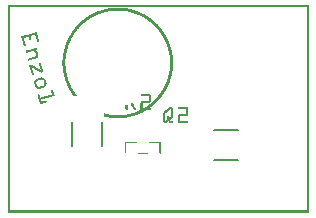
<source format=gto>
G04 MADE WITH FRITZING*
G04 WWW.FRITZING.ORG*
G04 DOUBLE SIDED*
G04 HOLES PLATED*
G04 CONTOUR ON CENTER OF CONTOUR VECTOR*
%ASAXBY*%
%FSLAX23Y23*%
%MOIN*%
%OFA0B0*%
%SFA1.0B1.0*%
%ADD10C,0.006000*%
%ADD11R,0.001000X0.001000*%
%LNSILK1*%
G90*
G70*
G54D10*
X313Y303D02*
X313Y222D01*
D02*
X215Y302D02*
X215Y223D01*
D02*
X687Y275D02*
X768Y275D01*
D02*
X688Y177D02*
X767Y177D01*
G54D11*
X0Y693D02*
X1004Y693D01*
X0Y692D02*
X1004Y692D01*
X0Y691D02*
X1004Y691D01*
X0Y690D02*
X1004Y690D01*
X0Y689D02*
X1004Y689D01*
X0Y688D02*
X1004Y688D01*
X0Y687D02*
X1004Y687D01*
X0Y686D02*
X1004Y686D01*
X0Y685D02*
X7Y685D01*
X997Y685D02*
X1004Y685D01*
X0Y684D02*
X7Y684D01*
X363Y684D02*
X367Y684D01*
X997Y684D02*
X1004Y684D01*
X0Y683D02*
X7Y683D01*
X348Y683D02*
X385Y683D01*
X997Y683D02*
X1004Y683D01*
X0Y682D02*
X7Y682D01*
X340Y682D02*
X393Y682D01*
X997Y682D02*
X1004Y682D01*
X0Y681D02*
X7Y681D01*
X334Y681D02*
X399Y681D01*
X997Y681D02*
X1004Y681D01*
X0Y680D02*
X7Y680D01*
X329Y680D02*
X404Y680D01*
X997Y680D02*
X1004Y680D01*
X0Y679D02*
X7Y679D01*
X325Y679D02*
X409Y679D01*
X997Y679D02*
X1004Y679D01*
X0Y678D02*
X7Y678D01*
X321Y678D02*
X413Y678D01*
X997Y678D02*
X1004Y678D01*
X0Y677D02*
X7Y677D01*
X317Y677D02*
X417Y677D01*
X997Y677D02*
X1004Y677D01*
X0Y676D02*
X7Y676D01*
X314Y676D02*
X420Y676D01*
X997Y676D02*
X1004Y676D01*
X0Y675D02*
X7Y675D01*
X310Y675D02*
X423Y675D01*
X997Y675D02*
X1004Y675D01*
X0Y674D02*
X7Y674D01*
X307Y674D02*
X359Y674D01*
X375Y674D02*
X426Y674D01*
X997Y674D02*
X1004Y674D01*
X0Y673D02*
X7Y673D01*
X305Y673D02*
X347Y673D01*
X388Y673D02*
X429Y673D01*
X997Y673D02*
X1004Y673D01*
X0Y672D02*
X7Y672D01*
X302Y672D02*
X340Y672D01*
X395Y672D02*
X432Y672D01*
X997Y672D02*
X1004Y672D01*
X0Y671D02*
X7Y671D01*
X299Y671D02*
X334Y671D01*
X400Y671D02*
X434Y671D01*
X997Y671D02*
X1004Y671D01*
X0Y670D02*
X7Y670D01*
X297Y670D02*
X329Y670D01*
X405Y670D02*
X437Y670D01*
X997Y670D02*
X1004Y670D01*
X0Y669D02*
X7Y669D01*
X295Y669D02*
X325Y669D01*
X409Y669D02*
X439Y669D01*
X997Y669D02*
X1004Y669D01*
X0Y668D02*
X7Y668D01*
X292Y668D02*
X321Y668D01*
X413Y668D02*
X441Y668D01*
X997Y668D02*
X1004Y668D01*
X0Y667D02*
X7Y667D01*
X290Y667D02*
X317Y667D01*
X417Y667D02*
X444Y667D01*
X997Y667D02*
X1004Y667D01*
X0Y666D02*
X7Y666D01*
X288Y666D02*
X314Y666D01*
X420Y666D02*
X446Y666D01*
X997Y666D02*
X1004Y666D01*
X0Y665D02*
X7Y665D01*
X286Y665D02*
X311Y665D01*
X423Y665D02*
X448Y665D01*
X997Y665D02*
X1004Y665D01*
X0Y664D02*
X7Y664D01*
X284Y664D02*
X308Y664D01*
X426Y664D02*
X450Y664D01*
X997Y664D02*
X1004Y664D01*
X0Y663D02*
X7Y663D01*
X282Y663D02*
X305Y663D01*
X428Y663D02*
X452Y663D01*
X997Y663D02*
X1004Y663D01*
X0Y662D02*
X7Y662D01*
X280Y662D02*
X303Y662D01*
X431Y662D02*
X454Y662D01*
X997Y662D02*
X1004Y662D01*
X0Y661D02*
X7Y661D01*
X278Y661D02*
X300Y661D01*
X433Y661D02*
X456Y661D01*
X997Y661D02*
X1004Y661D01*
X0Y660D02*
X7Y660D01*
X276Y660D02*
X298Y660D01*
X436Y660D02*
X457Y660D01*
X997Y660D02*
X1004Y660D01*
X0Y659D02*
X7Y659D01*
X275Y659D02*
X295Y659D01*
X438Y659D02*
X459Y659D01*
X997Y659D02*
X1004Y659D01*
X0Y658D02*
X7Y658D01*
X273Y658D02*
X293Y658D01*
X440Y658D02*
X461Y658D01*
X997Y658D02*
X1004Y658D01*
X0Y657D02*
X7Y657D01*
X271Y657D02*
X291Y657D01*
X442Y657D02*
X462Y657D01*
X997Y657D02*
X1004Y657D01*
X0Y656D02*
X7Y656D01*
X270Y656D02*
X289Y656D01*
X445Y656D02*
X464Y656D01*
X997Y656D02*
X1004Y656D01*
X0Y655D02*
X7Y655D01*
X268Y655D02*
X287Y655D01*
X447Y655D02*
X466Y655D01*
X997Y655D02*
X1004Y655D01*
X0Y654D02*
X7Y654D01*
X267Y654D02*
X285Y654D01*
X448Y654D02*
X467Y654D01*
X997Y654D02*
X1004Y654D01*
X0Y653D02*
X7Y653D01*
X265Y653D02*
X283Y653D01*
X450Y653D02*
X469Y653D01*
X997Y653D02*
X1004Y653D01*
X0Y652D02*
X7Y652D01*
X264Y652D02*
X281Y652D01*
X452Y652D02*
X470Y652D01*
X997Y652D02*
X1004Y652D01*
X0Y651D02*
X7Y651D01*
X262Y651D02*
X280Y651D01*
X454Y651D02*
X472Y651D01*
X997Y651D02*
X1004Y651D01*
X0Y650D02*
X7Y650D01*
X261Y650D02*
X278Y650D01*
X456Y650D02*
X473Y650D01*
X997Y650D02*
X1004Y650D01*
X0Y649D02*
X7Y649D01*
X259Y649D02*
X276Y649D01*
X457Y649D02*
X474Y649D01*
X997Y649D02*
X1004Y649D01*
X0Y648D02*
X7Y648D01*
X258Y648D02*
X275Y648D01*
X459Y648D02*
X476Y648D01*
X997Y648D02*
X1004Y648D01*
X0Y647D02*
X7Y647D01*
X257Y647D02*
X273Y647D01*
X461Y647D02*
X477Y647D01*
X997Y647D02*
X1004Y647D01*
X0Y646D02*
X7Y646D01*
X255Y646D02*
X271Y646D01*
X462Y646D02*
X478Y646D01*
X997Y646D02*
X1004Y646D01*
X0Y645D02*
X7Y645D01*
X254Y645D02*
X270Y645D01*
X464Y645D02*
X480Y645D01*
X997Y645D02*
X1004Y645D01*
X0Y644D02*
X7Y644D01*
X253Y644D02*
X268Y644D01*
X465Y644D02*
X481Y644D01*
X997Y644D02*
X1004Y644D01*
X0Y643D02*
X7Y643D01*
X252Y643D02*
X267Y643D01*
X467Y643D02*
X482Y643D01*
X997Y643D02*
X1004Y643D01*
X0Y642D02*
X7Y642D01*
X250Y642D02*
X265Y642D01*
X468Y642D02*
X483Y642D01*
X997Y642D02*
X1004Y642D01*
X0Y641D02*
X7Y641D01*
X249Y641D02*
X264Y641D01*
X469Y641D02*
X485Y641D01*
X997Y641D02*
X1004Y641D01*
X0Y640D02*
X7Y640D01*
X248Y640D02*
X263Y640D01*
X471Y640D02*
X486Y640D01*
X997Y640D02*
X1004Y640D01*
X0Y639D02*
X7Y639D01*
X247Y639D02*
X261Y639D01*
X472Y639D02*
X487Y639D01*
X997Y639D02*
X1004Y639D01*
X0Y638D02*
X7Y638D01*
X246Y638D02*
X260Y638D01*
X473Y638D02*
X488Y638D01*
X997Y638D02*
X1004Y638D01*
X0Y637D02*
X7Y637D01*
X245Y637D02*
X259Y637D01*
X475Y637D02*
X489Y637D01*
X997Y637D02*
X1004Y637D01*
X0Y636D02*
X7Y636D01*
X243Y636D02*
X257Y636D01*
X476Y636D02*
X490Y636D01*
X997Y636D02*
X1004Y636D01*
X0Y635D02*
X7Y635D01*
X242Y635D02*
X256Y635D01*
X477Y635D02*
X491Y635D01*
X997Y635D02*
X1004Y635D01*
X0Y634D02*
X7Y634D01*
X241Y634D02*
X255Y634D01*
X478Y634D02*
X492Y634D01*
X997Y634D02*
X1004Y634D01*
X0Y633D02*
X7Y633D01*
X240Y633D02*
X254Y633D01*
X480Y633D02*
X493Y633D01*
X997Y633D02*
X1004Y633D01*
X0Y632D02*
X7Y632D01*
X239Y632D02*
X253Y632D01*
X481Y632D02*
X494Y632D01*
X997Y632D02*
X1004Y632D01*
X0Y631D02*
X7Y631D01*
X238Y631D02*
X252Y631D01*
X482Y631D02*
X495Y631D01*
X997Y631D02*
X1004Y631D01*
X0Y630D02*
X7Y630D01*
X237Y630D02*
X250Y630D01*
X483Y630D02*
X497Y630D01*
X997Y630D02*
X1004Y630D01*
X0Y629D02*
X7Y629D01*
X236Y629D02*
X249Y629D01*
X484Y629D02*
X498Y629D01*
X997Y629D02*
X1004Y629D01*
X0Y628D02*
X7Y628D01*
X235Y628D02*
X248Y628D01*
X485Y628D02*
X499Y628D01*
X997Y628D02*
X1004Y628D01*
X0Y627D02*
X7Y627D01*
X234Y627D02*
X247Y627D01*
X486Y627D02*
X499Y627D01*
X997Y627D02*
X1004Y627D01*
X0Y626D02*
X7Y626D01*
X233Y626D02*
X246Y626D01*
X488Y626D02*
X500Y626D01*
X997Y626D02*
X1004Y626D01*
X0Y625D02*
X7Y625D01*
X232Y625D02*
X245Y625D01*
X489Y625D02*
X501Y625D01*
X997Y625D02*
X1004Y625D01*
X0Y624D02*
X7Y624D01*
X231Y624D02*
X244Y624D01*
X490Y624D02*
X502Y624D01*
X997Y624D02*
X1004Y624D01*
X0Y623D02*
X7Y623D01*
X231Y623D02*
X243Y623D01*
X491Y623D02*
X503Y623D01*
X997Y623D02*
X1004Y623D01*
X0Y622D02*
X7Y622D01*
X230Y622D02*
X242Y622D01*
X492Y622D02*
X504Y622D01*
X997Y622D02*
X1004Y622D01*
X0Y621D02*
X7Y621D01*
X229Y621D02*
X241Y621D01*
X493Y621D02*
X505Y621D01*
X997Y621D02*
X1004Y621D01*
X0Y620D02*
X7Y620D01*
X228Y620D02*
X240Y620D01*
X494Y620D02*
X506Y620D01*
X997Y620D02*
X1004Y620D01*
X0Y619D02*
X7Y619D01*
X227Y619D02*
X239Y619D01*
X494Y619D02*
X507Y619D01*
X997Y619D02*
X1004Y619D01*
X0Y618D02*
X7Y618D01*
X226Y618D02*
X238Y618D01*
X495Y618D02*
X507Y618D01*
X997Y618D02*
X1004Y618D01*
X0Y617D02*
X7Y617D01*
X225Y617D02*
X237Y617D01*
X496Y617D02*
X508Y617D01*
X997Y617D02*
X1004Y617D01*
X0Y616D02*
X7Y616D01*
X225Y616D02*
X237Y616D01*
X497Y616D02*
X509Y616D01*
X997Y616D02*
X1004Y616D01*
X0Y615D02*
X7Y615D01*
X224Y615D02*
X236Y615D01*
X498Y615D02*
X510Y615D01*
X997Y615D02*
X1004Y615D01*
X0Y614D02*
X7Y614D01*
X223Y614D02*
X235Y614D01*
X499Y614D02*
X511Y614D01*
X997Y614D02*
X1004Y614D01*
X0Y613D02*
X7Y613D01*
X222Y613D02*
X234Y613D01*
X500Y613D02*
X511Y613D01*
X997Y613D02*
X1004Y613D01*
X0Y612D02*
X7Y612D01*
X221Y612D02*
X233Y612D01*
X501Y612D02*
X512Y612D01*
X997Y612D02*
X1004Y612D01*
X0Y611D02*
X7Y611D01*
X221Y611D02*
X232Y611D01*
X502Y611D02*
X513Y611D01*
X997Y611D02*
X1004Y611D01*
X0Y610D02*
X7Y610D01*
X220Y610D02*
X231Y610D01*
X502Y610D02*
X514Y610D01*
X997Y610D02*
X1004Y610D01*
X0Y609D02*
X7Y609D01*
X219Y609D02*
X231Y609D01*
X503Y609D02*
X515Y609D01*
X997Y609D02*
X1004Y609D01*
X0Y608D02*
X7Y608D01*
X218Y608D02*
X230Y608D01*
X504Y608D02*
X515Y608D01*
X997Y608D02*
X1004Y608D01*
X0Y607D02*
X7Y607D01*
X218Y607D02*
X229Y607D01*
X505Y607D02*
X516Y607D01*
X997Y607D02*
X1004Y607D01*
X0Y606D02*
X7Y606D01*
X217Y606D02*
X228Y606D01*
X506Y606D02*
X517Y606D01*
X997Y606D02*
X1004Y606D01*
X0Y605D02*
X7Y605D01*
X216Y605D02*
X227Y605D01*
X506Y605D02*
X517Y605D01*
X997Y605D02*
X1004Y605D01*
X0Y604D02*
X7Y604D01*
X215Y604D02*
X227Y604D01*
X507Y604D02*
X518Y604D01*
X997Y604D02*
X1004Y604D01*
X0Y603D02*
X7Y603D01*
X215Y603D02*
X226Y603D01*
X508Y603D02*
X519Y603D01*
X997Y603D02*
X1004Y603D01*
X0Y602D02*
X7Y602D01*
X95Y602D02*
X96Y602D01*
X214Y602D02*
X225Y602D01*
X509Y602D02*
X519Y602D01*
X997Y602D02*
X1004Y602D01*
X0Y601D02*
X7Y601D01*
X91Y601D02*
X97Y601D01*
X214Y601D02*
X225Y601D01*
X509Y601D02*
X520Y601D01*
X997Y601D02*
X1004Y601D01*
X0Y600D02*
X7Y600D01*
X88Y600D02*
X97Y600D01*
X213Y600D02*
X224Y600D01*
X510Y600D02*
X521Y600D01*
X997Y600D02*
X1004Y600D01*
X0Y599D02*
X7Y599D01*
X84Y599D02*
X97Y599D01*
X212Y599D02*
X223Y599D01*
X511Y599D02*
X521Y599D01*
X997Y599D02*
X1004Y599D01*
X0Y598D02*
X7Y598D01*
X80Y598D02*
X98Y598D01*
X212Y598D02*
X222Y598D01*
X511Y598D02*
X522Y598D01*
X997Y598D02*
X1004Y598D01*
X0Y597D02*
X7Y597D01*
X77Y597D02*
X98Y597D01*
X211Y597D02*
X222Y597D01*
X512Y597D02*
X523Y597D01*
X997Y597D02*
X1004Y597D01*
X0Y596D02*
X7Y596D01*
X73Y596D02*
X98Y596D01*
X210Y596D02*
X221Y596D01*
X513Y596D02*
X523Y596D01*
X997Y596D02*
X1004Y596D01*
X0Y595D02*
X7Y595D01*
X70Y595D02*
X98Y595D01*
X210Y595D02*
X221Y595D01*
X513Y595D02*
X524Y595D01*
X997Y595D02*
X1004Y595D01*
X0Y594D02*
X7Y594D01*
X66Y594D02*
X99Y594D01*
X209Y594D02*
X220Y594D01*
X514Y594D02*
X525Y594D01*
X997Y594D02*
X1004Y594D01*
X0Y593D02*
X7Y593D01*
X63Y593D02*
X88Y593D01*
X93Y593D02*
X99Y593D01*
X209Y593D02*
X219Y593D01*
X515Y593D02*
X525Y593D01*
X997Y593D02*
X1004Y593D01*
X0Y592D02*
X7Y592D01*
X59Y592D02*
X84Y592D01*
X93Y592D02*
X99Y592D01*
X208Y592D02*
X219Y592D01*
X515Y592D02*
X526Y592D01*
X997Y592D02*
X1004Y592D01*
X0Y591D02*
X7Y591D01*
X55Y591D02*
X80Y591D01*
X93Y591D02*
X100Y591D01*
X207Y591D02*
X218Y591D01*
X516Y591D02*
X526Y591D01*
X997Y591D02*
X1004Y591D01*
X0Y590D02*
X7Y590D01*
X52Y590D02*
X77Y590D01*
X94Y590D02*
X100Y590D01*
X207Y590D02*
X217Y590D01*
X516Y590D02*
X527Y590D01*
X997Y590D02*
X1004Y590D01*
X0Y589D02*
X7Y589D01*
X48Y589D02*
X76Y589D01*
X94Y589D02*
X100Y589D01*
X206Y589D02*
X217Y589D01*
X517Y589D02*
X527Y589D01*
X997Y589D02*
X1004Y589D01*
X0Y588D02*
X7Y588D01*
X45Y588D02*
X76Y588D01*
X94Y588D02*
X100Y588D01*
X206Y588D02*
X216Y588D01*
X518Y588D02*
X528Y588D01*
X997Y588D02*
X1004Y588D01*
X0Y587D02*
X7Y587D01*
X45Y587D02*
X66Y587D01*
X70Y587D02*
X76Y587D01*
X94Y587D02*
X101Y587D01*
X205Y587D02*
X216Y587D01*
X518Y587D02*
X528Y587D01*
X997Y587D02*
X1004Y587D01*
X0Y586D02*
X7Y586D01*
X46Y586D02*
X63Y586D01*
X70Y586D02*
X77Y586D01*
X95Y586D02*
X101Y586D01*
X205Y586D02*
X215Y586D01*
X519Y586D02*
X529Y586D01*
X997Y586D02*
X1004Y586D01*
X0Y585D02*
X7Y585D01*
X46Y585D02*
X59Y585D01*
X71Y585D02*
X77Y585D01*
X95Y585D02*
X101Y585D01*
X204Y585D02*
X214Y585D01*
X519Y585D02*
X530Y585D01*
X997Y585D02*
X1004Y585D01*
X0Y584D02*
X7Y584D01*
X46Y584D02*
X55Y584D01*
X71Y584D02*
X77Y584D01*
X95Y584D02*
X102Y584D01*
X204Y584D02*
X214Y584D01*
X520Y584D02*
X530Y584D01*
X997Y584D02*
X1004Y584D01*
X0Y583D02*
X7Y583D01*
X47Y583D02*
X53Y583D01*
X71Y583D02*
X77Y583D01*
X96Y583D02*
X102Y583D01*
X203Y583D02*
X213Y583D01*
X520Y583D02*
X531Y583D01*
X997Y583D02*
X1004Y583D01*
X0Y582D02*
X7Y582D01*
X47Y582D02*
X53Y582D01*
X71Y582D02*
X78Y582D01*
X96Y582D02*
X102Y582D01*
X203Y582D02*
X213Y582D01*
X521Y582D02*
X531Y582D01*
X997Y582D02*
X1004Y582D01*
X0Y581D02*
X7Y581D01*
X47Y581D02*
X53Y581D01*
X72Y581D02*
X78Y581D01*
X96Y581D02*
X102Y581D01*
X202Y581D02*
X212Y581D01*
X521Y581D02*
X532Y581D01*
X997Y581D02*
X1004Y581D01*
X0Y580D02*
X7Y580D01*
X47Y580D02*
X54Y580D01*
X72Y580D02*
X78Y580D01*
X96Y580D02*
X103Y580D01*
X202Y580D02*
X212Y580D01*
X522Y580D02*
X532Y580D01*
X997Y580D02*
X1004Y580D01*
X0Y579D02*
X7Y579D01*
X48Y579D02*
X54Y579D01*
X72Y579D02*
X78Y579D01*
X97Y579D02*
X103Y579D01*
X201Y579D02*
X211Y579D01*
X523Y579D02*
X532Y579D01*
X997Y579D02*
X1004Y579D01*
X0Y578D02*
X7Y578D01*
X48Y578D02*
X54Y578D01*
X73Y578D02*
X78Y578D01*
X97Y578D02*
X103Y578D01*
X201Y578D02*
X211Y578D01*
X523Y578D02*
X533Y578D01*
X997Y578D02*
X1004Y578D01*
X0Y577D02*
X7Y577D01*
X48Y577D02*
X55Y577D01*
X73Y577D02*
X78Y577D01*
X97Y577D02*
X103Y577D01*
X200Y577D02*
X210Y577D01*
X523Y577D02*
X533Y577D01*
X997Y577D02*
X1004Y577D01*
X0Y576D02*
X7Y576D01*
X49Y576D02*
X55Y576D01*
X74Y576D02*
X77Y576D01*
X97Y576D02*
X104Y576D01*
X200Y576D02*
X210Y576D01*
X524Y576D02*
X534Y576D01*
X997Y576D02*
X1004Y576D01*
X0Y575D02*
X7Y575D01*
X49Y575D02*
X55Y575D01*
X98Y575D02*
X104Y575D01*
X199Y575D02*
X209Y575D01*
X524Y575D02*
X534Y575D01*
X997Y575D02*
X1004Y575D01*
X0Y574D02*
X7Y574D01*
X49Y574D02*
X55Y574D01*
X98Y574D02*
X104Y574D01*
X199Y574D02*
X209Y574D01*
X525Y574D02*
X535Y574D01*
X997Y574D02*
X1004Y574D01*
X0Y573D02*
X7Y573D01*
X49Y573D02*
X56Y573D01*
X98Y573D02*
X105Y573D01*
X198Y573D02*
X208Y573D01*
X525Y573D02*
X535Y573D01*
X997Y573D02*
X1004Y573D01*
X0Y572D02*
X7Y572D01*
X50Y572D02*
X56Y572D01*
X99Y572D02*
X105Y572D01*
X198Y572D02*
X208Y572D01*
X526Y572D02*
X536Y572D01*
X997Y572D02*
X1004Y572D01*
X0Y571D02*
X7Y571D01*
X50Y571D02*
X56Y571D01*
X99Y571D02*
X105Y571D01*
X198Y571D02*
X207Y571D01*
X526Y571D02*
X536Y571D01*
X997Y571D02*
X1004Y571D01*
X0Y570D02*
X7Y570D01*
X50Y570D02*
X57Y570D01*
X99Y570D02*
X104Y570D01*
X197Y570D02*
X207Y570D01*
X527Y570D02*
X537Y570D01*
X997Y570D02*
X1004Y570D01*
X0Y569D02*
X7Y569D01*
X51Y569D02*
X57Y569D01*
X100Y569D02*
X103Y569D01*
X197Y569D02*
X207Y569D01*
X527Y569D02*
X537Y569D01*
X997Y569D02*
X1004Y569D01*
X0Y568D02*
X7Y568D01*
X51Y568D02*
X57Y568D01*
X196Y568D02*
X206Y568D01*
X528Y568D02*
X537Y568D01*
X997Y568D02*
X1004Y568D01*
X0Y567D02*
X7Y567D01*
X51Y567D02*
X57Y567D01*
X196Y567D02*
X206Y567D01*
X528Y567D02*
X538Y567D01*
X997Y567D02*
X1004Y567D01*
X0Y566D02*
X7Y566D01*
X51Y566D02*
X58Y566D01*
X196Y566D02*
X205Y566D01*
X528Y566D02*
X538Y566D01*
X997Y566D02*
X1004Y566D01*
X0Y565D02*
X7Y565D01*
X52Y565D02*
X58Y565D01*
X195Y565D02*
X205Y565D01*
X529Y565D02*
X538Y565D01*
X997Y565D02*
X1004Y565D01*
X0Y564D02*
X7Y564D01*
X52Y564D02*
X58Y564D01*
X195Y564D02*
X204Y564D01*
X529Y564D02*
X539Y564D01*
X997Y564D02*
X1004Y564D01*
X0Y563D02*
X7Y563D01*
X52Y563D02*
X58Y563D01*
X194Y563D02*
X204Y563D01*
X530Y563D02*
X539Y563D01*
X997Y563D02*
X1004Y563D01*
X0Y562D02*
X7Y562D01*
X52Y562D02*
X59Y562D01*
X194Y562D02*
X204Y562D01*
X530Y562D02*
X540Y562D01*
X997Y562D02*
X1004Y562D01*
X0Y561D02*
X7Y561D01*
X53Y561D02*
X59Y561D01*
X194Y561D02*
X203Y561D01*
X530Y561D02*
X540Y561D01*
X997Y561D02*
X1004Y561D01*
X0Y560D02*
X7Y560D01*
X53Y560D02*
X59Y560D01*
X193Y560D02*
X203Y560D01*
X531Y560D02*
X540Y560D01*
X997Y560D02*
X1004Y560D01*
X0Y559D02*
X7Y559D01*
X53Y559D02*
X59Y559D01*
X193Y559D02*
X203Y559D01*
X531Y559D02*
X541Y559D01*
X997Y559D02*
X1004Y559D01*
X0Y558D02*
X7Y558D01*
X54Y558D02*
X59Y558D01*
X193Y558D02*
X202Y558D01*
X531Y558D02*
X541Y558D01*
X997Y558D02*
X1004Y558D01*
X0Y557D02*
X7Y557D01*
X54Y557D02*
X59Y557D01*
X192Y557D02*
X202Y557D01*
X532Y557D02*
X541Y557D01*
X997Y557D02*
X1004Y557D01*
X0Y556D02*
X7Y556D01*
X56Y556D02*
X57Y556D01*
X192Y556D02*
X201Y556D01*
X532Y556D02*
X542Y556D01*
X997Y556D02*
X1004Y556D01*
X0Y555D02*
X7Y555D01*
X192Y555D02*
X201Y555D01*
X532Y555D02*
X542Y555D01*
X997Y555D02*
X1004Y555D01*
X0Y554D02*
X7Y554D01*
X191Y554D02*
X201Y554D01*
X533Y554D02*
X542Y554D01*
X997Y554D02*
X1004Y554D01*
X0Y553D02*
X7Y553D01*
X191Y553D02*
X200Y553D01*
X533Y553D02*
X543Y553D01*
X997Y553D02*
X1004Y553D01*
X0Y552D02*
X7Y552D01*
X191Y552D02*
X200Y552D01*
X533Y552D02*
X543Y552D01*
X997Y552D02*
X1004Y552D01*
X0Y551D02*
X7Y551D01*
X191Y551D02*
X200Y551D01*
X534Y551D02*
X543Y551D01*
X997Y551D02*
X1004Y551D01*
X0Y550D02*
X7Y550D01*
X190Y550D02*
X200Y550D01*
X534Y550D02*
X543Y550D01*
X997Y550D02*
X1004Y550D01*
X0Y549D02*
X7Y549D01*
X91Y549D02*
X95Y549D01*
X190Y549D02*
X199Y549D01*
X534Y549D02*
X544Y549D01*
X997Y549D02*
X1004Y549D01*
X0Y548D02*
X7Y548D01*
X87Y548D02*
X96Y548D01*
X190Y548D02*
X199Y548D01*
X535Y548D02*
X544Y548D01*
X997Y548D02*
X1004Y548D01*
X0Y547D02*
X7Y547D01*
X84Y547D02*
X97Y547D01*
X189Y547D02*
X199Y547D01*
X535Y547D02*
X544Y547D01*
X997Y547D02*
X1004Y547D01*
X0Y546D02*
X7Y546D01*
X80Y546D02*
X97Y546D01*
X189Y546D02*
X198Y546D01*
X535Y546D02*
X545Y546D01*
X997Y546D02*
X1004Y546D01*
X0Y545D02*
X7Y545D01*
X77Y545D02*
X96Y545D01*
X189Y545D02*
X198Y545D01*
X535Y545D02*
X545Y545D01*
X997Y545D02*
X1004Y545D01*
X0Y544D02*
X7Y544D01*
X73Y544D02*
X96Y544D01*
X189Y544D02*
X198Y544D01*
X536Y544D02*
X545Y544D01*
X997Y544D02*
X1004Y544D01*
X0Y543D02*
X7Y543D01*
X69Y543D02*
X94Y543D01*
X188Y543D02*
X198Y543D01*
X536Y543D02*
X545Y543D01*
X997Y543D02*
X1004Y543D01*
X0Y542D02*
X7Y542D01*
X66Y542D02*
X92Y542D01*
X188Y542D02*
X197Y542D01*
X536Y542D02*
X546Y542D01*
X997Y542D02*
X1004Y542D01*
X0Y541D02*
X7Y541D01*
X62Y541D02*
X93Y541D01*
X188Y541D02*
X197Y541D01*
X536Y541D02*
X546Y541D01*
X997Y541D02*
X1004Y541D01*
X0Y540D02*
X7Y540D01*
X61Y540D02*
X94Y540D01*
X188Y540D02*
X197Y540D01*
X537Y540D02*
X546Y540D01*
X997Y540D02*
X1004Y540D01*
X0Y539D02*
X7Y539D01*
X60Y539D02*
X80Y539D01*
X86Y539D02*
X95Y539D01*
X187Y539D02*
X197Y539D01*
X537Y539D02*
X546Y539D01*
X997Y539D02*
X1004Y539D01*
X0Y538D02*
X7Y538D01*
X60Y538D02*
X77Y538D01*
X87Y538D02*
X97Y538D01*
X187Y538D02*
X196Y538D01*
X537Y538D02*
X546Y538D01*
X997Y538D02*
X1004Y538D01*
X0Y537D02*
X7Y537D01*
X60Y537D02*
X73Y537D01*
X88Y537D02*
X98Y537D01*
X187Y537D02*
X196Y537D01*
X537Y537D02*
X547Y537D01*
X997Y537D02*
X1004Y537D01*
X0Y536D02*
X7Y536D01*
X60Y536D02*
X69Y536D01*
X89Y536D02*
X99Y536D01*
X187Y536D02*
X196Y536D01*
X538Y536D02*
X547Y536D01*
X997Y536D02*
X1004Y536D01*
X0Y535D02*
X7Y535D01*
X61Y535D02*
X66Y535D01*
X90Y535D02*
X99Y535D01*
X187Y535D02*
X196Y535D01*
X538Y535D02*
X547Y535D01*
X997Y535D02*
X1004Y535D01*
X0Y534D02*
X7Y534D01*
X91Y534D02*
X100Y534D01*
X186Y534D02*
X196Y534D01*
X538Y534D02*
X547Y534D01*
X997Y534D02*
X1004Y534D01*
X0Y533D02*
X7Y533D01*
X93Y533D02*
X100Y533D01*
X186Y533D02*
X195Y533D01*
X538Y533D02*
X547Y533D01*
X997Y533D02*
X1004Y533D01*
X0Y532D02*
X7Y532D01*
X94Y532D02*
X101Y532D01*
X186Y532D02*
X195Y532D01*
X538Y532D02*
X548Y532D01*
X997Y532D02*
X1004Y532D01*
X0Y531D02*
X7Y531D01*
X95Y531D02*
X101Y531D01*
X186Y531D02*
X195Y531D01*
X539Y531D02*
X548Y531D01*
X997Y531D02*
X1004Y531D01*
X0Y530D02*
X7Y530D01*
X95Y530D02*
X101Y530D01*
X186Y530D02*
X195Y530D01*
X539Y530D02*
X548Y530D01*
X997Y530D02*
X1004Y530D01*
X0Y529D02*
X7Y529D01*
X95Y529D02*
X102Y529D01*
X186Y529D02*
X195Y529D01*
X539Y529D02*
X548Y529D01*
X997Y529D02*
X1004Y529D01*
X0Y528D02*
X7Y528D01*
X96Y528D02*
X102Y528D01*
X185Y528D02*
X194Y528D01*
X539Y528D02*
X548Y528D01*
X997Y528D02*
X1004Y528D01*
X0Y527D02*
X7Y527D01*
X96Y527D02*
X102Y527D01*
X185Y527D02*
X194Y527D01*
X539Y527D02*
X548Y527D01*
X997Y527D02*
X1004Y527D01*
X0Y526D02*
X7Y526D01*
X96Y526D02*
X102Y526D01*
X185Y526D02*
X194Y526D01*
X539Y526D02*
X549Y526D01*
X997Y526D02*
X1004Y526D01*
X0Y525D02*
X7Y525D01*
X96Y525D02*
X102Y525D01*
X185Y525D02*
X194Y525D01*
X540Y525D02*
X549Y525D01*
X997Y525D02*
X1004Y525D01*
X0Y524D02*
X7Y524D01*
X96Y524D02*
X102Y524D01*
X185Y524D02*
X194Y524D01*
X540Y524D02*
X549Y524D01*
X997Y524D02*
X1004Y524D01*
X0Y523D02*
X7Y523D01*
X95Y523D02*
X102Y523D01*
X185Y523D02*
X194Y523D01*
X540Y523D02*
X549Y523D01*
X997Y523D02*
X1004Y523D01*
X0Y522D02*
X7Y522D01*
X93Y522D02*
X102Y522D01*
X185Y522D02*
X193Y522D01*
X540Y522D02*
X549Y522D01*
X997Y522D02*
X1004Y522D01*
X0Y521D02*
X7Y521D01*
X90Y521D02*
X101Y521D01*
X185Y521D02*
X193Y521D01*
X540Y521D02*
X549Y521D01*
X997Y521D02*
X1004Y521D01*
X0Y520D02*
X7Y520D01*
X87Y520D02*
X101Y520D01*
X184Y520D02*
X193Y520D01*
X540Y520D02*
X549Y520D01*
X997Y520D02*
X1004Y520D01*
X0Y519D02*
X7Y519D01*
X84Y519D02*
X100Y519D01*
X184Y519D02*
X193Y519D01*
X540Y519D02*
X549Y519D01*
X997Y519D02*
X1004Y519D01*
X0Y518D02*
X7Y518D01*
X81Y518D02*
X99Y518D01*
X184Y518D02*
X193Y518D01*
X541Y518D02*
X549Y518D01*
X997Y518D02*
X1004Y518D01*
X0Y517D02*
X7Y517D01*
X78Y517D02*
X98Y517D01*
X184Y517D02*
X193Y517D01*
X541Y517D02*
X550Y517D01*
X997Y517D02*
X1004Y517D01*
X0Y516D02*
X7Y516D01*
X75Y516D02*
X96Y516D01*
X184Y516D02*
X193Y516D01*
X541Y516D02*
X550Y516D01*
X997Y516D02*
X1004Y516D01*
X0Y515D02*
X7Y515D01*
X71Y515D02*
X94Y515D01*
X184Y515D02*
X193Y515D01*
X541Y515D02*
X550Y515D01*
X997Y515D02*
X1004Y515D01*
X0Y514D02*
X7Y514D01*
X69Y514D02*
X90Y514D01*
X184Y514D02*
X193Y514D01*
X541Y514D02*
X550Y514D01*
X997Y514D02*
X1004Y514D01*
X0Y513D02*
X7Y513D01*
X68Y513D02*
X87Y513D01*
X184Y513D02*
X193Y513D01*
X541Y513D02*
X550Y513D01*
X997Y513D02*
X1004Y513D01*
X0Y512D02*
X7Y512D01*
X67Y512D02*
X84Y512D01*
X184Y512D02*
X193Y512D01*
X541Y512D02*
X550Y512D01*
X997Y512D02*
X1004Y512D01*
X0Y511D02*
X7Y511D01*
X67Y511D02*
X81Y511D01*
X184Y511D02*
X192Y511D01*
X541Y511D02*
X550Y511D01*
X997Y511D02*
X1004Y511D01*
X0Y510D02*
X7Y510D01*
X67Y510D02*
X78Y510D01*
X184Y510D02*
X192Y510D01*
X541Y510D02*
X550Y510D01*
X997Y510D02*
X1004Y510D01*
X0Y509D02*
X7Y509D01*
X68Y509D02*
X74Y509D01*
X184Y509D02*
X192Y509D01*
X541Y509D02*
X550Y509D01*
X997Y509D02*
X1004Y509D01*
X0Y508D02*
X7Y508D01*
X69Y508D02*
X71Y508D01*
X183Y508D02*
X192Y508D01*
X541Y508D02*
X550Y508D01*
X997Y508D02*
X1004Y508D01*
X0Y507D02*
X7Y507D01*
X183Y507D02*
X192Y507D01*
X541Y507D02*
X550Y507D01*
X997Y507D02*
X1004Y507D01*
X0Y506D02*
X7Y506D01*
X183Y506D02*
X192Y506D01*
X541Y506D02*
X550Y506D01*
X997Y506D02*
X1004Y506D01*
X0Y505D02*
X7Y505D01*
X183Y505D02*
X192Y505D01*
X541Y505D02*
X550Y505D01*
X997Y505D02*
X1004Y505D01*
X0Y504D02*
X7Y504D01*
X183Y504D02*
X192Y504D01*
X542Y504D02*
X550Y504D01*
X997Y504D02*
X1004Y504D01*
X0Y503D02*
X7Y503D01*
X183Y503D02*
X192Y503D01*
X542Y503D02*
X550Y503D01*
X997Y503D02*
X1004Y503D01*
X0Y502D02*
X7Y502D01*
X183Y502D02*
X192Y502D01*
X542Y502D02*
X550Y502D01*
X997Y502D02*
X1004Y502D01*
X0Y501D02*
X7Y501D01*
X183Y501D02*
X192Y501D01*
X542Y501D02*
X550Y501D01*
X997Y501D02*
X1004Y501D01*
X0Y500D02*
X7Y500D01*
X183Y500D02*
X192Y500D01*
X542Y500D02*
X550Y500D01*
X997Y500D02*
X1004Y500D01*
X0Y499D02*
X7Y499D01*
X106Y499D02*
X110Y499D01*
X183Y499D02*
X192Y499D01*
X542Y499D02*
X550Y499D01*
X997Y499D02*
X1004Y499D01*
X0Y498D02*
X7Y498D01*
X105Y498D02*
X110Y498D01*
X183Y498D02*
X192Y498D01*
X542Y498D02*
X550Y498D01*
X997Y498D02*
X1004Y498D01*
X0Y497D02*
X7Y497D01*
X105Y497D02*
X111Y497D01*
X183Y497D02*
X192Y497D01*
X542Y497D02*
X550Y497D01*
X997Y497D02*
X1004Y497D01*
X0Y496D02*
X7Y496D01*
X105Y496D02*
X111Y496D01*
X183Y496D02*
X192Y496D01*
X542Y496D02*
X550Y496D01*
X997Y496D02*
X1004Y496D01*
X0Y495D02*
X7Y495D01*
X105Y495D02*
X111Y495D01*
X183Y495D02*
X192Y495D01*
X542Y495D02*
X550Y495D01*
X997Y495D02*
X1004Y495D01*
X0Y494D02*
X7Y494D01*
X105Y494D02*
X111Y494D01*
X183Y494D02*
X192Y494D01*
X541Y494D02*
X550Y494D01*
X997Y494D02*
X1004Y494D01*
X0Y493D02*
X7Y493D01*
X76Y493D02*
X80Y493D01*
X105Y493D02*
X112Y493D01*
X183Y493D02*
X192Y493D01*
X541Y493D02*
X550Y493D01*
X997Y493D02*
X1004Y493D01*
X0Y492D02*
X7Y492D01*
X74Y492D02*
X82Y492D01*
X106Y492D02*
X112Y492D01*
X183Y492D02*
X192Y492D01*
X541Y492D02*
X550Y492D01*
X997Y492D02*
X1004Y492D01*
X0Y491D02*
X7Y491D01*
X73Y491D02*
X84Y491D01*
X106Y491D02*
X112Y491D01*
X183Y491D02*
X192Y491D01*
X541Y491D02*
X550Y491D01*
X997Y491D02*
X1004Y491D01*
X0Y490D02*
X7Y490D01*
X73Y490D02*
X86Y490D01*
X106Y490D02*
X113Y490D01*
X184Y490D02*
X192Y490D01*
X541Y490D02*
X550Y490D01*
X997Y490D02*
X1004Y490D01*
X0Y489D02*
X7Y489D01*
X73Y489D02*
X87Y489D01*
X107Y489D02*
X113Y489D01*
X184Y489D02*
X192Y489D01*
X541Y489D02*
X550Y489D01*
X997Y489D02*
X1004Y489D01*
X0Y488D02*
X7Y488D01*
X73Y488D02*
X89Y488D01*
X107Y488D02*
X113Y488D01*
X184Y488D02*
X193Y488D01*
X541Y488D02*
X550Y488D01*
X997Y488D02*
X1004Y488D01*
X0Y487D02*
X7Y487D01*
X73Y487D02*
X91Y487D01*
X107Y487D02*
X113Y487D01*
X184Y487D02*
X193Y487D01*
X541Y487D02*
X550Y487D01*
X997Y487D02*
X1004Y487D01*
X0Y486D02*
X7Y486D01*
X74Y486D02*
X92Y486D01*
X107Y486D02*
X114Y486D01*
X184Y486D02*
X193Y486D01*
X541Y486D02*
X550Y486D01*
X997Y486D02*
X1004Y486D01*
X0Y485D02*
X7Y485D01*
X74Y485D02*
X94Y485D01*
X108Y485D02*
X114Y485D01*
X184Y485D02*
X193Y485D01*
X541Y485D02*
X550Y485D01*
X997Y485D02*
X1004Y485D01*
X0Y484D02*
X7Y484D01*
X74Y484D02*
X81Y484D01*
X83Y484D02*
X96Y484D01*
X108Y484D02*
X114Y484D01*
X184Y484D02*
X193Y484D01*
X541Y484D02*
X550Y484D01*
X997Y484D02*
X1004Y484D01*
X0Y483D02*
X7Y483D01*
X75Y483D02*
X81Y483D01*
X85Y483D02*
X97Y483D01*
X108Y483D02*
X115Y483D01*
X184Y483D02*
X193Y483D01*
X541Y483D02*
X550Y483D01*
X997Y483D02*
X1004Y483D01*
X0Y482D02*
X7Y482D01*
X75Y482D02*
X81Y482D01*
X86Y482D02*
X99Y482D01*
X109Y482D02*
X115Y482D01*
X184Y482D02*
X193Y482D01*
X541Y482D02*
X550Y482D01*
X997Y482D02*
X1004Y482D01*
X0Y481D02*
X7Y481D01*
X75Y481D02*
X81Y481D01*
X88Y481D02*
X101Y481D01*
X109Y481D02*
X115Y481D01*
X184Y481D02*
X193Y481D01*
X541Y481D02*
X549Y481D01*
X997Y481D02*
X1004Y481D01*
X0Y480D02*
X7Y480D01*
X75Y480D02*
X82Y480D01*
X90Y480D02*
X102Y480D01*
X109Y480D02*
X115Y480D01*
X184Y480D02*
X193Y480D01*
X540Y480D02*
X549Y480D01*
X997Y480D02*
X1004Y480D01*
X0Y479D02*
X7Y479D01*
X76Y479D02*
X82Y479D01*
X91Y479D02*
X104Y479D01*
X109Y479D02*
X116Y479D01*
X184Y479D02*
X193Y479D01*
X540Y479D02*
X549Y479D01*
X997Y479D02*
X1004Y479D01*
X0Y478D02*
X7Y478D01*
X76Y478D02*
X82Y478D01*
X93Y478D02*
X106Y478D01*
X110Y478D02*
X116Y478D01*
X185Y478D02*
X194Y478D01*
X540Y478D02*
X549Y478D01*
X997Y478D02*
X1004Y478D01*
X0Y477D02*
X7Y477D01*
X76Y477D02*
X83Y477D01*
X95Y477D02*
X108Y477D01*
X110Y477D02*
X116Y477D01*
X185Y477D02*
X194Y477D01*
X540Y477D02*
X549Y477D01*
X997Y477D02*
X1004Y477D01*
X0Y476D02*
X7Y476D01*
X77Y476D02*
X83Y476D01*
X97Y476D02*
X116Y476D01*
X185Y476D02*
X194Y476D01*
X540Y476D02*
X549Y476D01*
X997Y476D02*
X1004Y476D01*
X0Y475D02*
X7Y475D01*
X77Y475D02*
X83Y475D01*
X98Y475D02*
X117Y475D01*
X185Y475D02*
X194Y475D01*
X540Y475D02*
X549Y475D01*
X997Y475D02*
X1004Y475D01*
X0Y474D02*
X7Y474D01*
X77Y474D02*
X83Y474D01*
X100Y474D02*
X117Y474D01*
X185Y474D02*
X194Y474D01*
X540Y474D02*
X549Y474D01*
X997Y474D02*
X1004Y474D01*
X0Y473D02*
X7Y473D01*
X77Y473D02*
X84Y473D01*
X102Y473D02*
X117Y473D01*
X185Y473D02*
X194Y473D01*
X539Y473D02*
X548Y473D01*
X997Y473D02*
X1004Y473D01*
X0Y472D02*
X7Y472D01*
X78Y472D02*
X84Y472D01*
X103Y472D02*
X117Y472D01*
X185Y472D02*
X194Y472D01*
X539Y472D02*
X548Y472D01*
X997Y472D02*
X1004Y472D01*
X0Y471D02*
X7Y471D01*
X78Y471D02*
X84Y471D01*
X105Y471D02*
X117Y471D01*
X186Y471D02*
X195Y471D01*
X539Y471D02*
X548Y471D01*
X997Y471D02*
X1004Y471D01*
X0Y470D02*
X7Y470D01*
X78Y470D02*
X85Y470D01*
X107Y470D02*
X117Y470D01*
X186Y470D02*
X195Y470D01*
X539Y470D02*
X548Y470D01*
X997Y470D02*
X1004Y470D01*
X0Y469D02*
X7Y469D01*
X79Y469D02*
X85Y469D01*
X108Y469D02*
X116Y469D01*
X186Y469D02*
X195Y469D01*
X539Y469D02*
X548Y469D01*
X997Y469D02*
X1004Y469D01*
X0Y468D02*
X7Y468D01*
X79Y468D02*
X85Y468D01*
X110Y468D02*
X114Y468D01*
X186Y468D02*
X195Y468D01*
X539Y468D02*
X548Y468D01*
X997Y468D02*
X1004Y468D01*
X0Y467D02*
X7Y467D01*
X79Y467D02*
X85Y467D01*
X186Y467D02*
X195Y467D01*
X538Y467D02*
X547Y467D01*
X997Y467D02*
X1004Y467D01*
X0Y466D02*
X7Y466D01*
X79Y466D02*
X86Y466D01*
X186Y466D02*
X196Y466D01*
X538Y466D02*
X547Y466D01*
X997Y466D02*
X1004Y466D01*
X0Y465D02*
X7Y465D01*
X80Y465D02*
X86Y465D01*
X187Y465D02*
X196Y465D01*
X538Y465D02*
X547Y465D01*
X997Y465D02*
X1004Y465D01*
X0Y464D02*
X7Y464D01*
X80Y464D02*
X86Y464D01*
X187Y464D02*
X196Y464D01*
X538Y464D02*
X547Y464D01*
X997Y464D02*
X1004Y464D01*
X0Y463D02*
X7Y463D01*
X80Y463D02*
X86Y463D01*
X187Y463D02*
X196Y463D01*
X538Y463D02*
X547Y463D01*
X997Y463D02*
X1004Y463D01*
X0Y462D02*
X7Y462D01*
X80Y462D02*
X86Y462D01*
X187Y462D02*
X196Y462D01*
X537Y462D02*
X546Y462D01*
X997Y462D02*
X1004Y462D01*
X0Y461D02*
X7Y461D01*
X81Y461D02*
X86Y461D01*
X187Y461D02*
X197Y461D01*
X537Y461D02*
X546Y461D01*
X997Y461D02*
X1004Y461D01*
X0Y460D02*
X7Y460D01*
X82Y460D02*
X85Y460D01*
X188Y460D02*
X197Y460D01*
X537Y460D02*
X546Y460D01*
X997Y460D02*
X1004Y460D01*
X0Y459D02*
X7Y459D01*
X188Y459D02*
X197Y459D01*
X537Y459D02*
X546Y459D01*
X997Y459D02*
X1004Y459D01*
X0Y458D02*
X7Y458D01*
X188Y458D02*
X197Y458D01*
X536Y458D02*
X546Y458D01*
X997Y458D02*
X1004Y458D01*
X0Y457D02*
X7Y457D01*
X188Y457D02*
X198Y457D01*
X536Y457D02*
X545Y457D01*
X997Y457D02*
X1004Y457D01*
X0Y456D02*
X7Y456D01*
X189Y456D02*
X198Y456D01*
X536Y456D02*
X545Y456D01*
X997Y456D02*
X1004Y456D01*
X0Y455D02*
X7Y455D01*
X189Y455D02*
X198Y455D01*
X536Y455D02*
X545Y455D01*
X997Y455D02*
X1004Y455D01*
X0Y454D02*
X7Y454D01*
X189Y454D02*
X198Y454D01*
X535Y454D02*
X545Y454D01*
X997Y454D02*
X1004Y454D01*
X0Y453D02*
X7Y453D01*
X189Y453D02*
X199Y453D01*
X535Y453D02*
X544Y453D01*
X997Y453D02*
X1004Y453D01*
X0Y452D02*
X7Y452D01*
X190Y452D02*
X199Y452D01*
X535Y452D02*
X544Y452D01*
X997Y452D02*
X1004Y452D01*
X0Y451D02*
X7Y451D01*
X112Y451D02*
X115Y451D01*
X190Y451D02*
X199Y451D01*
X535Y451D02*
X544Y451D01*
X997Y451D02*
X1004Y451D01*
X0Y450D02*
X7Y450D01*
X108Y450D02*
X118Y450D01*
X190Y450D02*
X199Y450D01*
X534Y450D02*
X544Y450D01*
X997Y450D02*
X1004Y450D01*
X0Y449D02*
X7Y449D01*
X105Y449D02*
X120Y449D01*
X190Y449D02*
X200Y449D01*
X534Y449D02*
X543Y449D01*
X997Y449D02*
X1004Y449D01*
X0Y448D02*
X7Y448D01*
X101Y448D02*
X121Y448D01*
X191Y448D02*
X200Y448D01*
X534Y448D02*
X543Y448D01*
X997Y448D02*
X1004Y448D01*
X0Y447D02*
X7Y447D01*
X97Y447D02*
X123Y447D01*
X191Y447D02*
X200Y447D01*
X533Y447D02*
X543Y447D01*
X997Y447D02*
X1004Y447D01*
X0Y446D02*
X7Y446D01*
X95Y446D02*
X124Y446D01*
X191Y446D02*
X201Y446D01*
X533Y446D02*
X542Y446D01*
X997Y446D02*
X1004Y446D01*
X0Y445D02*
X7Y445D01*
X94Y445D02*
X125Y445D01*
X192Y445D02*
X201Y445D01*
X533Y445D02*
X542Y445D01*
X997Y445D02*
X1004Y445D01*
X0Y444D02*
X7Y444D01*
X93Y444D02*
X112Y444D01*
X116Y444D02*
X125Y444D01*
X192Y444D02*
X201Y444D01*
X532Y444D02*
X542Y444D01*
X997Y444D02*
X1004Y444D01*
X0Y443D02*
X7Y443D01*
X92Y443D02*
X108Y443D01*
X117Y443D02*
X126Y443D01*
X192Y443D02*
X202Y443D01*
X532Y443D02*
X541Y443D01*
X997Y443D02*
X1004Y443D01*
X0Y442D02*
X7Y442D01*
X91Y442D02*
X105Y442D01*
X119Y442D02*
X126Y442D01*
X193Y442D02*
X202Y442D01*
X532Y442D02*
X541Y442D01*
X997Y442D02*
X1004Y442D01*
X0Y441D02*
X7Y441D01*
X91Y441D02*
X101Y441D01*
X120Y441D02*
X126Y441D01*
X193Y441D02*
X202Y441D01*
X531Y441D02*
X541Y441D01*
X997Y441D02*
X1004Y441D01*
X0Y440D02*
X7Y440D01*
X90Y440D02*
X98Y440D01*
X120Y440D02*
X127Y440D01*
X193Y440D02*
X203Y440D01*
X531Y440D02*
X540Y440D01*
X997Y440D02*
X1004Y440D01*
X0Y439D02*
X7Y439D01*
X90Y439D02*
X97Y439D01*
X121Y439D02*
X127Y439D01*
X194Y439D02*
X203Y439D01*
X531Y439D02*
X540Y439D01*
X997Y439D02*
X1004Y439D01*
X0Y438D02*
X7Y438D01*
X89Y438D02*
X96Y438D01*
X121Y438D02*
X127Y438D01*
X194Y438D02*
X204Y438D01*
X530Y438D02*
X540Y438D01*
X997Y438D02*
X1004Y438D01*
X0Y437D02*
X7Y437D01*
X89Y437D02*
X96Y437D01*
X121Y437D02*
X127Y437D01*
X194Y437D02*
X204Y437D01*
X530Y437D02*
X539Y437D01*
X997Y437D02*
X1004Y437D01*
X0Y436D02*
X7Y436D01*
X89Y436D02*
X95Y436D01*
X121Y436D02*
X128Y436D01*
X195Y436D02*
X204Y436D01*
X529Y436D02*
X539Y436D01*
X997Y436D02*
X1004Y436D01*
X0Y435D02*
X7Y435D01*
X89Y435D02*
X95Y435D01*
X122Y435D02*
X128Y435D01*
X195Y435D02*
X205Y435D01*
X529Y435D02*
X539Y435D01*
X997Y435D02*
X1004Y435D01*
X0Y434D02*
X7Y434D01*
X89Y434D02*
X95Y434D01*
X122Y434D02*
X128Y434D01*
X195Y434D02*
X205Y434D01*
X529Y434D02*
X538Y434D01*
X997Y434D02*
X1004Y434D01*
X0Y433D02*
X7Y433D01*
X89Y433D02*
X95Y433D01*
X122Y433D02*
X128Y433D01*
X196Y433D02*
X205Y433D01*
X528Y433D02*
X538Y433D01*
X997Y433D02*
X1004Y433D01*
X0Y432D02*
X7Y432D01*
X89Y432D02*
X95Y432D01*
X123Y432D02*
X129Y432D01*
X196Y432D02*
X206Y432D01*
X528Y432D02*
X537Y432D01*
X997Y432D02*
X1004Y432D01*
X0Y431D02*
X7Y431D01*
X89Y431D02*
X95Y431D01*
X123Y431D02*
X129Y431D01*
X197Y431D02*
X206Y431D01*
X527Y431D02*
X537Y431D01*
X997Y431D02*
X1004Y431D01*
X0Y430D02*
X7Y430D01*
X89Y430D02*
X96Y430D01*
X123Y430D02*
X129Y430D01*
X197Y430D02*
X207Y430D01*
X527Y430D02*
X537Y430D01*
X997Y430D02*
X1004Y430D01*
X0Y429D02*
X7Y429D01*
X90Y429D02*
X96Y429D01*
X122Y429D02*
X129Y429D01*
X197Y429D02*
X207Y429D01*
X526Y429D02*
X536Y429D01*
X997Y429D02*
X1004Y429D01*
X0Y428D02*
X7Y428D01*
X90Y428D02*
X96Y428D01*
X122Y428D02*
X128Y428D01*
X198Y428D02*
X208Y428D01*
X526Y428D02*
X536Y428D01*
X997Y428D02*
X1004Y428D01*
X0Y427D02*
X7Y427D01*
X90Y427D02*
X97Y427D01*
X122Y427D02*
X128Y427D01*
X198Y427D02*
X208Y427D01*
X526Y427D02*
X535Y427D01*
X997Y427D02*
X1004Y427D01*
X0Y426D02*
X7Y426D01*
X91Y426D02*
X97Y426D01*
X121Y426D02*
X128Y426D01*
X199Y426D02*
X209Y426D01*
X525Y426D02*
X535Y426D01*
X997Y426D02*
X1004Y426D01*
X0Y425D02*
X7Y425D01*
X91Y425D02*
X97Y425D01*
X120Y425D02*
X127Y425D01*
X199Y425D02*
X209Y425D01*
X525Y425D02*
X535Y425D01*
X997Y425D02*
X1004Y425D01*
X0Y424D02*
X7Y424D01*
X91Y424D02*
X98Y424D01*
X117Y424D02*
X127Y424D01*
X200Y424D02*
X209Y424D01*
X524Y424D02*
X534Y424D01*
X997Y424D02*
X1004Y424D01*
X0Y423D02*
X7Y423D01*
X91Y423D02*
X98Y423D01*
X114Y423D02*
X126Y423D01*
X200Y423D02*
X210Y423D01*
X524Y423D02*
X534Y423D01*
X997Y423D02*
X1004Y423D01*
X0Y422D02*
X7Y422D01*
X92Y422D02*
X100Y422D01*
X110Y422D02*
X126Y422D01*
X200Y422D02*
X210Y422D01*
X523Y422D02*
X533Y422D01*
X997Y422D02*
X1004Y422D01*
X0Y421D02*
X7Y421D01*
X92Y421D02*
X101Y421D01*
X107Y421D02*
X125Y421D01*
X201Y421D02*
X211Y421D01*
X523Y421D02*
X533Y421D01*
X997Y421D02*
X1004Y421D01*
X0Y420D02*
X7Y420D01*
X93Y420D02*
X124Y420D01*
X201Y420D02*
X211Y420D01*
X522Y420D02*
X532Y420D01*
X997Y420D02*
X1004Y420D01*
X0Y419D02*
X7Y419D01*
X94Y419D02*
X123Y419D01*
X202Y419D02*
X212Y419D01*
X522Y419D02*
X532Y419D01*
X997Y419D02*
X1004Y419D01*
X0Y418D02*
X7Y418D01*
X94Y418D02*
X121Y418D01*
X202Y418D02*
X212Y418D01*
X521Y418D02*
X531Y418D01*
X997Y418D02*
X1004Y418D01*
X0Y417D02*
X7Y417D01*
X96Y417D02*
X117Y417D01*
X203Y417D02*
X213Y417D01*
X521Y417D02*
X531Y417D01*
X997Y417D02*
X1004Y417D01*
X0Y416D02*
X7Y416D01*
X97Y416D02*
X114Y416D01*
X203Y416D02*
X214Y416D01*
X520Y416D02*
X530Y416D01*
X997Y416D02*
X1004Y416D01*
X0Y415D02*
X7Y415D01*
X99Y415D02*
X110Y415D01*
X204Y415D02*
X214Y415D01*
X519Y415D02*
X530Y415D01*
X997Y415D02*
X1004Y415D01*
X0Y414D02*
X7Y414D01*
X101Y414D02*
X107Y414D01*
X204Y414D02*
X215Y414D01*
X519Y414D02*
X529Y414D01*
X997Y414D02*
X1004Y414D01*
X0Y413D02*
X7Y413D01*
X205Y413D02*
X215Y413D01*
X518Y413D02*
X529Y413D01*
X997Y413D02*
X1004Y413D01*
X0Y412D02*
X7Y412D01*
X206Y412D02*
X216Y412D01*
X518Y412D02*
X528Y412D01*
X997Y412D02*
X1004Y412D01*
X0Y411D02*
X7Y411D01*
X206Y411D02*
X216Y411D01*
X517Y411D02*
X528Y411D01*
X997Y411D02*
X1004Y411D01*
X0Y410D02*
X7Y410D01*
X207Y410D02*
X217Y410D01*
X517Y410D02*
X527Y410D01*
X997Y410D02*
X1004Y410D01*
X0Y409D02*
X7Y409D01*
X147Y409D02*
X149Y409D01*
X207Y409D02*
X218Y409D01*
X516Y409D02*
X527Y409D01*
X997Y409D02*
X1004Y409D01*
X0Y408D02*
X7Y408D01*
X146Y408D02*
X150Y408D01*
X208Y408D02*
X218Y408D01*
X515Y408D02*
X526Y408D01*
X997Y408D02*
X1004Y408D01*
X0Y407D02*
X7Y407D01*
X146Y407D02*
X151Y407D01*
X208Y407D02*
X219Y407D01*
X515Y407D02*
X525Y407D01*
X997Y407D02*
X1004Y407D01*
X0Y406D02*
X7Y406D01*
X145Y406D02*
X151Y406D01*
X209Y406D02*
X219Y406D01*
X514Y406D02*
X525Y406D01*
X997Y406D02*
X1004Y406D01*
X0Y405D02*
X7Y405D01*
X145Y405D02*
X152Y405D01*
X210Y405D02*
X220Y405D01*
X513Y405D02*
X524Y405D01*
X997Y405D02*
X1004Y405D01*
X0Y404D02*
X7Y404D01*
X146Y404D02*
X152Y404D01*
X210Y404D02*
X221Y404D01*
X513Y404D02*
X524Y404D01*
X997Y404D02*
X1004Y404D01*
X0Y403D02*
X7Y403D01*
X146Y403D02*
X152Y403D01*
X211Y403D02*
X221Y403D01*
X512Y403D02*
X523Y403D01*
X997Y403D02*
X1004Y403D01*
X0Y402D02*
X7Y402D01*
X146Y402D02*
X152Y402D01*
X211Y402D02*
X222Y402D01*
X511Y402D02*
X522Y402D01*
X997Y402D02*
X1004Y402D01*
X0Y401D02*
X7Y401D01*
X146Y401D02*
X153Y401D01*
X212Y401D02*
X223Y401D01*
X511Y401D02*
X522Y401D01*
X997Y401D02*
X1004Y401D01*
X0Y400D02*
X7Y400D01*
X147Y400D02*
X153Y400D01*
X213Y400D02*
X223Y400D01*
X510Y400D02*
X521Y400D01*
X997Y400D02*
X1004Y400D01*
X0Y399D02*
X7Y399D01*
X147Y399D02*
X153Y399D01*
X213Y399D02*
X224Y399D01*
X509Y399D02*
X520Y399D01*
X997Y399D02*
X1004Y399D01*
X0Y398D02*
X7Y398D01*
X147Y398D02*
X154Y398D01*
X214Y398D02*
X225Y398D01*
X509Y398D02*
X520Y398D01*
X997Y398D02*
X1004Y398D01*
X0Y397D02*
X7Y397D01*
X148Y397D02*
X154Y397D01*
X215Y397D02*
X226Y397D01*
X508Y397D02*
X519Y397D01*
X997Y397D02*
X1004Y397D01*
X0Y396D02*
X7Y396D01*
X102Y396D02*
X104Y396D01*
X148Y396D02*
X154Y396D01*
X215Y396D02*
X226Y396D01*
X445Y396D02*
X472Y396D01*
X507Y396D02*
X518Y396D01*
X997Y396D02*
X1004Y396D01*
X0Y395D02*
X7Y395D01*
X100Y395D02*
X105Y395D01*
X148Y395D02*
X154Y395D01*
X216Y395D02*
X227Y395D01*
X444Y395D02*
X474Y395D01*
X506Y395D02*
X518Y395D01*
X997Y395D02*
X1004Y395D01*
X0Y394D02*
X7Y394D01*
X100Y394D02*
X106Y394D01*
X144Y394D02*
X155Y394D01*
X217Y394D02*
X228Y394D01*
X444Y394D02*
X475Y394D01*
X506Y394D02*
X517Y394D01*
X997Y394D02*
X1004Y394D01*
X0Y393D02*
X7Y393D01*
X100Y393D02*
X106Y393D01*
X141Y393D02*
X155Y393D01*
X217Y393D02*
X229Y393D01*
X443Y393D02*
X476Y393D01*
X505Y393D02*
X516Y393D01*
X997Y393D02*
X1004Y393D01*
X0Y392D02*
X7Y392D01*
X100Y392D02*
X106Y392D01*
X137Y392D02*
X155Y392D01*
X218Y392D02*
X229Y392D01*
X444Y392D02*
X476Y392D01*
X504Y392D02*
X516Y392D01*
X997Y392D02*
X1004Y392D01*
X0Y391D02*
X7Y391D01*
X100Y391D02*
X107Y391D01*
X134Y391D02*
X156Y391D01*
X219Y391D02*
X230Y391D01*
X444Y391D02*
X477Y391D01*
X503Y391D02*
X515Y391D01*
X997Y391D02*
X1004Y391D01*
X0Y390D02*
X7Y390D01*
X101Y390D02*
X107Y390D01*
X130Y390D02*
X155Y390D01*
X445Y390D02*
X477Y390D01*
X503Y390D02*
X514Y390D01*
X997Y390D02*
X1004Y390D01*
X0Y389D02*
X7Y389D01*
X101Y389D02*
X107Y389D01*
X127Y389D02*
X152Y389D01*
X471Y389D02*
X477Y389D01*
X502Y389D02*
X513Y389D01*
X997Y389D02*
X1004Y389D01*
X0Y388D02*
X7Y388D01*
X101Y388D02*
X107Y388D01*
X123Y388D02*
X148Y388D01*
X471Y388D02*
X477Y388D01*
X501Y388D02*
X513Y388D01*
X997Y388D02*
X1004Y388D01*
X0Y387D02*
X7Y387D01*
X101Y387D02*
X108Y387D01*
X119Y387D02*
X144Y387D01*
X471Y387D02*
X477Y387D01*
X500Y387D02*
X512Y387D01*
X997Y387D02*
X1004Y387D01*
X0Y386D02*
X7Y386D01*
X102Y386D02*
X108Y386D01*
X116Y386D02*
X141Y386D01*
X471Y386D02*
X477Y386D01*
X499Y386D02*
X511Y386D01*
X997Y386D02*
X1004Y386D01*
X0Y385D02*
X7Y385D01*
X102Y385D02*
X108Y385D01*
X112Y385D02*
X137Y385D01*
X471Y385D02*
X477Y385D01*
X498Y385D02*
X510Y385D01*
X997Y385D02*
X1004Y385D01*
X0Y384D02*
X7Y384D01*
X102Y384D02*
X134Y384D01*
X471Y384D02*
X477Y384D01*
X498Y384D02*
X509Y384D01*
X997Y384D02*
X1004Y384D01*
X0Y383D02*
X7Y383D01*
X103Y383D02*
X130Y383D01*
X471Y383D02*
X477Y383D01*
X497Y383D02*
X509Y383D01*
X997Y383D02*
X1004Y383D01*
X0Y382D02*
X7Y382D01*
X103Y382D02*
X127Y382D01*
X471Y382D02*
X477Y382D01*
X496Y382D02*
X508Y382D01*
X997Y382D02*
X1004Y382D01*
X0Y381D02*
X7Y381D01*
X103Y381D02*
X123Y381D01*
X471Y381D02*
X477Y381D01*
X495Y381D02*
X507Y381D01*
X997Y381D02*
X1004Y381D01*
X0Y380D02*
X7Y380D01*
X103Y380D02*
X120Y380D01*
X471Y380D02*
X477Y380D01*
X494Y380D02*
X506Y380D01*
X997Y380D02*
X1004Y380D01*
X0Y379D02*
X7Y379D01*
X104Y379D02*
X116Y379D01*
X471Y379D02*
X477Y379D01*
X493Y379D02*
X505Y379D01*
X997Y379D02*
X1004Y379D01*
X0Y378D02*
X7Y378D01*
X104Y378D02*
X112Y378D01*
X471Y378D02*
X477Y378D01*
X492Y378D02*
X504Y378D01*
X997Y378D02*
X1004Y378D01*
X0Y377D02*
X7Y377D01*
X104Y377D02*
X111Y377D01*
X471Y377D02*
X477Y377D01*
X491Y377D02*
X504Y377D01*
X997Y377D02*
X1004Y377D01*
X0Y376D02*
X7Y376D01*
X105Y376D02*
X111Y376D01*
X471Y376D02*
X477Y376D01*
X490Y376D02*
X503Y376D01*
X997Y376D02*
X1004Y376D01*
X0Y375D02*
X7Y375D01*
X105Y375D02*
X111Y375D01*
X471Y375D02*
X477Y375D01*
X489Y375D02*
X502Y375D01*
X997Y375D02*
X1004Y375D01*
X0Y374D02*
X7Y374D01*
X105Y374D02*
X111Y374D01*
X124Y374D02*
X129Y374D01*
X471Y374D02*
X477Y374D01*
X488Y374D02*
X501Y374D01*
X997Y374D02*
X1004Y374D01*
X0Y373D02*
X7Y373D01*
X105Y373D02*
X112Y373D01*
X121Y373D02*
X130Y373D01*
X471Y373D02*
X477Y373D01*
X487Y373D02*
X500Y373D01*
X997Y373D02*
X1004Y373D01*
X0Y372D02*
X7Y372D01*
X106Y372D02*
X112Y372D01*
X117Y372D02*
X130Y372D01*
X447Y372D02*
X477Y372D01*
X486Y372D02*
X499Y372D01*
X997Y372D02*
X1004Y372D01*
X0Y371D02*
X7Y371D01*
X106Y371D02*
X130Y371D01*
X446Y371D02*
X477Y371D01*
X485Y371D02*
X498Y371D01*
X997Y371D02*
X1004Y371D01*
X0Y370D02*
X7Y370D01*
X106Y370D02*
X130Y370D01*
X445Y370D02*
X476Y370D01*
X484Y370D02*
X497Y370D01*
X997Y370D02*
X1004Y370D01*
X0Y369D02*
X7Y369D01*
X106Y369D02*
X129Y369D01*
X444Y369D02*
X476Y369D01*
X483Y369D02*
X496Y369D01*
X997Y369D02*
X1004Y369D01*
X0Y368D02*
X7Y368D01*
X107Y368D02*
X128Y368D01*
X444Y368D02*
X475Y368D01*
X481Y368D02*
X495Y368D01*
X997Y368D02*
X1004Y368D01*
X0Y367D02*
X7Y367D01*
X107Y367D02*
X124Y367D01*
X444Y367D02*
X474Y367D01*
X480Y367D02*
X494Y367D01*
X997Y367D02*
X1004Y367D01*
X0Y366D02*
X7Y366D01*
X107Y366D02*
X121Y366D01*
X415Y366D02*
X416Y366D01*
X443Y366D02*
X471Y366D01*
X479Y366D02*
X493Y366D01*
X997Y366D02*
X1004Y366D01*
X0Y365D02*
X7Y365D01*
X108Y365D02*
X117Y365D01*
X413Y365D02*
X416Y365D01*
X443Y365D02*
X449Y365D01*
X478Y365D02*
X492Y365D01*
X997Y365D02*
X1004Y365D01*
X0Y364D02*
X7Y364D01*
X109Y364D02*
X114Y364D01*
X411Y364D02*
X417Y364D01*
X443Y364D02*
X449Y364D01*
X477Y364D02*
X491Y364D01*
X997Y364D02*
X1004Y364D01*
X0Y363D02*
X7Y363D01*
X410Y363D02*
X418Y363D01*
X443Y363D02*
X449Y363D01*
X475Y363D02*
X490Y363D01*
X997Y363D02*
X1004Y363D01*
X0Y362D02*
X7Y362D01*
X411Y362D02*
X418Y362D01*
X443Y362D02*
X449Y362D01*
X474Y362D02*
X488Y362D01*
X997Y362D02*
X1004Y362D01*
X0Y361D02*
X7Y361D01*
X400Y361D02*
X400Y361D01*
X412Y361D02*
X419Y361D01*
X443Y361D02*
X449Y361D01*
X473Y361D02*
X487Y361D01*
X997Y361D02*
X1004Y361D01*
X0Y360D02*
X7Y360D01*
X393Y360D02*
X400Y360D01*
X412Y360D02*
X419Y360D01*
X443Y360D02*
X449Y360D01*
X471Y360D02*
X486Y360D01*
X997Y360D02*
X1004Y360D01*
X0Y359D02*
X7Y359D01*
X393Y359D02*
X400Y359D01*
X413Y359D02*
X420Y359D01*
X443Y359D02*
X449Y359D01*
X470Y359D02*
X485Y359D01*
X997Y359D02*
X1004Y359D01*
X0Y358D02*
X7Y358D01*
X393Y358D02*
X400Y358D01*
X413Y358D02*
X420Y358D01*
X443Y358D02*
X449Y358D01*
X469Y358D02*
X484Y358D01*
X997Y358D02*
X1004Y358D01*
X0Y357D02*
X7Y357D01*
X393Y357D02*
X400Y357D01*
X414Y357D02*
X421Y357D01*
X443Y357D02*
X449Y357D01*
X467Y357D02*
X483Y357D01*
X997Y357D02*
X1004Y357D01*
X0Y356D02*
X7Y356D01*
X393Y356D02*
X400Y356D01*
X414Y356D02*
X422Y356D01*
X443Y356D02*
X449Y356D01*
X466Y356D02*
X481Y356D01*
X997Y356D02*
X1004Y356D01*
X0Y355D02*
X7Y355D01*
X393Y355D02*
X400Y355D01*
X415Y355D02*
X422Y355D01*
X443Y355D02*
X449Y355D01*
X464Y355D02*
X480Y355D01*
X997Y355D02*
X1004Y355D01*
X0Y354D02*
X7Y354D01*
X393Y354D02*
X400Y354D01*
X416Y354D02*
X423Y354D01*
X443Y354D02*
X449Y354D01*
X463Y354D02*
X479Y354D01*
X997Y354D02*
X1004Y354D01*
X0Y353D02*
X7Y353D01*
X393Y353D02*
X400Y353D01*
X416Y353D02*
X423Y353D01*
X443Y353D02*
X449Y353D01*
X461Y353D02*
X477Y353D01*
X543Y353D02*
X544Y353D01*
X571Y353D02*
X595Y353D01*
X997Y353D02*
X1004Y353D01*
X0Y352D02*
X7Y352D01*
X393Y352D02*
X400Y352D01*
X417Y352D02*
X424Y352D01*
X443Y352D02*
X449Y352D01*
X460Y352D02*
X476Y352D01*
X540Y352D02*
X547Y352D01*
X569Y352D02*
X598Y352D01*
X997Y352D02*
X1004Y352D01*
X0Y351D02*
X7Y351D01*
X393Y351D02*
X400Y351D01*
X417Y351D02*
X425Y351D01*
X443Y351D02*
X449Y351D01*
X458Y351D02*
X475Y351D01*
X538Y351D02*
X548Y351D01*
X568Y351D02*
X599Y351D01*
X997Y351D02*
X1004Y351D01*
X0Y350D02*
X7Y350D01*
X393Y350D02*
X400Y350D01*
X418Y350D02*
X425Y350D01*
X443Y350D02*
X449Y350D01*
X457Y350D02*
X473Y350D01*
X537Y350D02*
X549Y350D01*
X568Y350D02*
X600Y350D01*
X997Y350D02*
X1004Y350D01*
X0Y349D02*
X7Y349D01*
X393Y349D02*
X400Y349D01*
X419Y349D02*
X426Y349D01*
X443Y349D02*
X475Y349D01*
X536Y349D02*
X550Y349D01*
X568Y349D02*
X601Y349D01*
X997Y349D02*
X1004Y349D01*
X0Y348D02*
X7Y348D01*
X393Y348D02*
X400Y348D01*
X419Y348D02*
X426Y348D01*
X443Y348D02*
X476Y348D01*
X535Y348D02*
X551Y348D01*
X568Y348D02*
X601Y348D01*
X997Y348D02*
X1004Y348D01*
X0Y347D02*
X7Y347D01*
X393Y347D02*
X400Y347D01*
X420Y347D02*
X427Y347D01*
X443Y347D02*
X477Y347D01*
X533Y347D02*
X551Y347D01*
X569Y347D02*
X601Y347D01*
X997Y347D02*
X1004Y347D01*
X0Y346D02*
X7Y346D01*
X393Y346D02*
X399Y346D01*
X420Y346D02*
X427Y346D01*
X443Y346D02*
X477Y346D01*
X532Y346D02*
X551Y346D01*
X595Y346D02*
X601Y346D01*
X997Y346D02*
X1004Y346D01*
X0Y345D02*
X7Y345D01*
X394Y345D02*
X399Y345D01*
X421Y345D02*
X427Y345D01*
X443Y345D02*
X477Y345D01*
X531Y345D02*
X541Y345D01*
X545Y345D02*
X551Y345D01*
X595Y345D02*
X601Y345D01*
X997Y345D02*
X1004Y345D01*
X0Y344D02*
X7Y344D01*
X394Y344D02*
X399Y344D01*
X421Y344D02*
X426Y344D01*
X443Y344D02*
X476Y344D01*
X530Y344D02*
X540Y344D01*
X545Y344D02*
X551Y344D01*
X595Y344D02*
X601Y344D01*
X997Y344D02*
X1004Y344D01*
X0Y343D02*
X7Y343D01*
X395Y343D02*
X398Y343D01*
X422Y343D02*
X426Y343D01*
X443Y343D02*
X476Y343D01*
X529Y343D02*
X539Y343D01*
X545Y343D02*
X551Y343D01*
X595Y343D02*
X601Y343D01*
X997Y343D02*
X1004Y343D01*
X0Y342D02*
X7Y342D01*
X441Y342D02*
X461Y342D01*
X528Y342D02*
X537Y342D01*
X545Y342D02*
X551Y342D01*
X595Y342D02*
X601Y342D01*
X997Y342D02*
X1004Y342D01*
X0Y341D02*
X7Y341D01*
X439Y341D02*
X460Y341D01*
X526Y341D02*
X536Y341D01*
X545Y341D02*
X551Y341D01*
X595Y341D02*
X601Y341D01*
X997Y341D02*
X1004Y341D01*
X0Y340D02*
X7Y340D01*
X437Y340D02*
X458Y340D01*
X525Y340D02*
X535Y340D01*
X545Y340D02*
X551Y340D01*
X595Y340D02*
X601Y340D01*
X997Y340D02*
X1004Y340D01*
X0Y339D02*
X7Y339D01*
X434Y339D02*
X456Y339D01*
X524Y339D02*
X534Y339D01*
X545Y339D02*
X551Y339D01*
X595Y339D02*
X601Y339D01*
X997Y339D02*
X1004Y339D01*
X0Y338D02*
X7Y338D01*
X432Y338D02*
X454Y338D01*
X523Y338D02*
X533Y338D01*
X545Y338D02*
X551Y338D01*
X595Y338D02*
X601Y338D01*
X997Y338D02*
X1004Y338D01*
X0Y337D02*
X7Y337D01*
X429Y337D02*
X453Y337D01*
X522Y337D02*
X532Y337D01*
X545Y337D02*
X551Y337D01*
X595Y337D02*
X601Y337D01*
X997Y337D02*
X1004Y337D01*
X0Y336D02*
X7Y336D01*
X427Y336D02*
X451Y336D01*
X521Y336D02*
X530Y336D01*
X545Y336D02*
X551Y336D01*
X595Y336D02*
X601Y336D01*
X997Y336D02*
X1004Y336D01*
X0Y335D02*
X7Y335D01*
X424Y335D02*
X449Y335D01*
X520Y335D02*
X529Y335D01*
X545Y335D02*
X551Y335D01*
X595Y335D02*
X601Y335D01*
X997Y335D02*
X1004Y335D01*
X0Y334D02*
X7Y334D01*
X421Y334D02*
X447Y334D01*
X520Y334D02*
X528Y334D01*
X545Y334D02*
X551Y334D01*
X595Y334D02*
X601Y334D01*
X997Y334D02*
X1004Y334D01*
X0Y333D02*
X7Y333D01*
X418Y333D02*
X445Y333D01*
X519Y333D02*
X527Y333D01*
X545Y333D02*
X551Y333D01*
X595Y333D02*
X601Y333D01*
X997Y333D02*
X1004Y333D01*
X0Y332D02*
X7Y332D01*
X414Y332D02*
X442Y332D01*
X519Y332D02*
X526Y332D01*
X545Y332D02*
X551Y332D01*
X595Y332D02*
X601Y332D01*
X997Y332D02*
X1004Y332D01*
X0Y331D02*
X7Y331D01*
X322Y331D02*
X323Y331D01*
X410Y331D02*
X440Y331D01*
X518Y331D02*
X525Y331D01*
X545Y331D02*
X551Y331D01*
X595Y331D02*
X601Y331D01*
X997Y331D02*
X1004Y331D01*
X0Y330D02*
X7Y330D01*
X322Y330D02*
X327Y330D01*
X407Y330D02*
X438Y330D01*
X518Y330D02*
X524Y330D01*
X545Y330D02*
X551Y330D01*
X595Y330D02*
X601Y330D01*
X997Y330D02*
X1004Y330D01*
X0Y329D02*
X7Y329D01*
X322Y329D02*
X331Y329D01*
X402Y329D02*
X435Y329D01*
X518Y329D02*
X524Y329D01*
X545Y329D02*
X551Y329D01*
X572Y329D02*
X601Y329D01*
X997Y329D02*
X1004Y329D01*
X0Y328D02*
X7Y328D01*
X322Y328D02*
X336Y328D01*
X397Y328D02*
X433Y328D01*
X518Y328D02*
X524Y328D01*
X545Y328D02*
X551Y328D01*
X570Y328D02*
X601Y328D01*
X997Y328D02*
X1004Y328D01*
X0Y327D02*
X7Y327D01*
X322Y327D02*
X343Y327D01*
X390Y327D02*
X430Y327D01*
X518Y327D02*
X524Y327D01*
X545Y327D02*
X551Y327D01*
X569Y327D02*
X601Y327D01*
X997Y327D02*
X1004Y327D01*
X0Y326D02*
X7Y326D01*
X322Y326D02*
X352Y326D01*
X381Y326D02*
X427Y326D01*
X518Y326D02*
X524Y326D01*
X545Y326D02*
X551Y326D01*
X569Y326D02*
X600Y326D01*
X997Y326D02*
X1004Y326D01*
X0Y325D02*
X7Y325D01*
X322Y325D02*
X425Y325D01*
X518Y325D02*
X524Y325D01*
X545Y325D02*
X551Y325D01*
X568Y325D02*
X600Y325D01*
X997Y325D02*
X1004Y325D01*
X0Y324D02*
X7Y324D01*
X322Y324D02*
X421Y324D01*
X518Y324D02*
X524Y324D01*
X545Y324D02*
X551Y324D01*
X568Y324D02*
X598Y324D01*
X997Y324D02*
X1004Y324D01*
X0Y323D02*
X7Y323D01*
X322Y323D02*
X418Y323D01*
X518Y323D02*
X524Y323D01*
X533Y323D02*
X536Y323D01*
X545Y323D02*
X551Y323D01*
X568Y323D02*
X597Y323D01*
X997Y323D02*
X1004Y323D01*
X0Y322D02*
X7Y322D01*
X322Y322D02*
X415Y322D01*
X518Y322D02*
X524Y322D01*
X532Y322D02*
X537Y322D01*
X545Y322D02*
X551Y322D01*
X568Y322D02*
X574Y322D01*
X997Y322D02*
X1004Y322D01*
X0Y321D02*
X7Y321D01*
X323Y321D02*
X411Y321D01*
X518Y321D02*
X524Y321D01*
X532Y321D02*
X537Y321D01*
X544Y321D02*
X551Y321D01*
X568Y321D02*
X574Y321D01*
X997Y321D02*
X1004Y321D01*
X0Y320D02*
X7Y320D01*
X327Y320D02*
X407Y320D01*
X518Y320D02*
X524Y320D01*
X532Y320D02*
X538Y320D01*
X543Y320D02*
X550Y320D01*
X568Y320D02*
X574Y320D01*
X997Y320D02*
X1004Y320D01*
X0Y319D02*
X7Y319D01*
X332Y319D02*
X402Y319D01*
X518Y319D02*
X524Y319D01*
X532Y319D02*
X538Y319D01*
X542Y319D02*
X550Y319D01*
X568Y319D02*
X574Y319D01*
X997Y319D02*
X1004Y319D01*
X0Y318D02*
X7Y318D01*
X338Y318D02*
X396Y318D01*
X518Y318D02*
X524Y318D01*
X532Y318D02*
X539Y318D01*
X541Y318D02*
X549Y318D01*
X568Y318D02*
X574Y318D01*
X997Y318D02*
X1004Y318D01*
X0Y317D02*
X7Y317D01*
X344Y317D02*
X389Y317D01*
X518Y317D02*
X524Y317D01*
X532Y317D02*
X549Y317D01*
X568Y317D02*
X574Y317D01*
X997Y317D02*
X1004Y317D01*
X0Y316D02*
X7Y316D01*
X355Y316D02*
X380Y316D01*
X518Y316D02*
X524Y316D01*
X533Y316D02*
X548Y316D01*
X568Y316D02*
X574Y316D01*
X997Y316D02*
X1004Y316D01*
X0Y315D02*
X7Y315D01*
X518Y315D02*
X524Y315D01*
X533Y315D02*
X547Y315D01*
X568Y315D02*
X574Y315D01*
X997Y315D02*
X1004Y315D01*
X0Y314D02*
X7Y314D01*
X518Y314D02*
X524Y314D01*
X534Y314D02*
X546Y314D01*
X568Y314D02*
X574Y314D01*
X997Y314D02*
X1004Y314D01*
X0Y313D02*
X7Y313D01*
X518Y313D02*
X524Y313D01*
X534Y313D02*
X545Y313D01*
X568Y313D02*
X574Y313D01*
X997Y313D02*
X1004Y313D01*
X0Y312D02*
X7Y312D01*
X518Y312D02*
X524Y312D01*
X534Y312D02*
X544Y312D01*
X568Y312D02*
X574Y312D01*
X997Y312D02*
X1004Y312D01*
X0Y311D02*
X7Y311D01*
X518Y311D02*
X524Y311D01*
X533Y311D02*
X543Y311D01*
X568Y311D02*
X574Y311D01*
X997Y311D02*
X1004Y311D01*
X0Y310D02*
X7Y310D01*
X518Y310D02*
X524Y310D01*
X532Y310D02*
X542Y310D01*
X568Y310D02*
X574Y310D01*
X997Y310D02*
X1004Y310D01*
X0Y309D02*
X7Y309D01*
X279Y309D02*
X284Y309D01*
X518Y309D02*
X524Y309D01*
X530Y309D02*
X542Y309D01*
X568Y309D02*
X574Y309D01*
X997Y309D02*
X1004Y309D01*
X0Y308D02*
X7Y308D01*
X518Y308D02*
X524Y308D01*
X529Y308D02*
X542Y308D01*
X568Y308D02*
X574Y308D01*
X997Y308D02*
X1004Y308D01*
X0Y307D02*
X7Y307D01*
X518Y307D02*
X524Y307D01*
X528Y307D02*
X543Y307D01*
X568Y307D02*
X574Y307D01*
X997Y307D02*
X1004Y307D01*
X0Y306D02*
X7Y306D01*
X518Y306D02*
X525Y306D01*
X527Y306D02*
X544Y306D01*
X568Y306D02*
X574Y306D01*
X997Y306D02*
X1004Y306D01*
X0Y305D02*
X7Y305D01*
X518Y305D02*
X535Y305D01*
X537Y305D02*
X550Y305D01*
X568Y305D02*
X600Y305D01*
X997Y305D02*
X1004Y305D01*
X0Y304D02*
X7Y304D01*
X519Y304D02*
X534Y304D01*
X537Y304D02*
X551Y304D01*
X568Y304D02*
X601Y304D01*
X997Y304D02*
X1004Y304D01*
X0Y303D02*
X7Y303D01*
X519Y303D02*
X533Y303D01*
X538Y303D02*
X551Y303D01*
X568Y303D02*
X601Y303D01*
X997Y303D02*
X1004Y303D01*
X0Y302D02*
X7Y302D01*
X520Y302D02*
X532Y302D01*
X538Y302D02*
X551Y302D01*
X568Y302D02*
X601Y302D01*
X997Y302D02*
X1004Y302D01*
X0Y301D02*
X7Y301D01*
X521Y301D02*
X531Y301D01*
X539Y301D02*
X551Y301D01*
X568Y301D02*
X601Y301D01*
X997Y301D02*
X1004Y301D01*
X0Y300D02*
X7Y300D01*
X522Y300D02*
X529Y300D01*
X539Y300D02*
X550Y300D01*
X568Y300D02*
X600Y300D01*
X997Y300D02*
X1004Y300D01*
X0Y299D02*
X7Y299D01*
X526Y299D02*
X526Y299D01*
X540Y299D02*
X548Y299D01*
X568Y299D02*
X598Y299D01*
X997Y299D02*
X1004Y299D01*
X0Y298D02*
X7Y298D01*
X997Y298D02*
X1004Y298D01*
X0Y297D02*
X7Y297D01*
X997Y297D02*
X1004Y297D01*
X0Y296D02*
X7Y296D01*
X997Y296D02*
X1004Y296D01*
X0Y295D02*
X7Y295D01*
X997Y295D02*
X1004Y295D01*
X0Y294D02*
X7Y294D01*
X997Y294D02*
X1004Y294D01*
X0Y293D02*
X7Y293D01*
X997Y293D02*
X1004Y293D01*
X0Y292D02*
X7Y292D01*
X997Y292D02*
X1004Y292D01*
X0Y291D02*
X7Y291D01*
X997Y291D02*
X1004Y291D01*
X0Y290D02*
X7Y290D01*
X997Y290D02*
X1004Y290D01*
X0Y289D02*
X7Y289D01*
X997Y289D02*
X1004Y289D01*
X0Y288D02*
X7Y288D01*
X997Y288D02*
X1004Y288D01*
X0Y287D02*
X7Y287D01*
X997Y287D02*
X1004Y287D01*
X0Y286D02*
X7Y286D01*
X997Y286D02*
X1004Y286D01*
X0Y285D02*
X7Y285D01*
X997Y285D02*
X1004Y285D01*
X0Y284D02*
X7Y284D01*
X997Y284D02*
X1004Y284D01*
X0Y283D02*
X7Y283D01*
X997Y283D02*
X1004Y283D01*
X0Y282D02*
X7Y282D01*
X997Y282D02*
X1004Y282D01*
X0Y281D02*
X7Y281D01*
X997Y281D02*
X1004Y281D01*
X0Y280D02*
X7Y280D01*
X997Y280D02*
X1004Y280D01*
X0Y279D02*
X7Y279D01*
X997Y279D02*
X1004Y279D01*
X0Y278D02*
X7Y278D01*
X997Y278D02*
X1004Y278D01*
X0Y277D02*
X7Y277D01*
X997Y277D02*
X1004Y277D01*
X0Y276D02*
X7Y276D01*
X997Y276D02*
X1004Y276D01*
X0Y275D02*
X7Y275D01*
X997Y275D02*
X1004Y275D01*
X0Y274D02*
X7Y274D01*
X997Y274D02*
X1004Y274D01*
X0Y273D02*
X7Y273D01*
X997Y273D02*
X1004Y273D01*
X0Y272D02*
X7Y272D01*
X997Y272D02*
X1004Y272D01*
X0Y271D02*
X7Y271D01*
X997Y271D02*
X1004Y271D01*
X0Y270D02*
X7Y270D01*
X997Y270D02*
X1004Y270D01*
X0Y269D02*
X7Y269D01*
X997Y269D02*
X1004Y269D01*
X0Y268D02*
X7Y268D01*
X997Y268D02*
X1004Y268D01*
X0Y267D02*
X7Y267D01*
X997Y267D02*
X1004Y267D01*
X0Y266D02*
X7Y266D01*
X997Y266D02*
X1004Y266D01*
X0Y265D02*
X7Y265D01*
X997Y265D02*
X1004Y265D01*
X0Y264D02*
X7Y264D01*
X997Y264D02*
X1004Y264D01*
X0Y263D02*
X7Y263D01*
X997Y263D02*
X1004Y263D01*
X0Y262D02*
X7Y262D01*
X997Y262D02*
X1004Y262D01*
X0Y261D02*
X7Y261D01*
X997Y261D02*
X1004Y261D01*
X0Y260D02*
X7Y260D01*
X997Y260D02*
X1004Y260D01*
X0Y259D02*
X7Y259D01*
X997Y259D02*
X1004Y259D01*
X0Y258D02*
X7Y258D01*
X997Y258D02*
X1004Y258D01*
X0Y257D02*
X7Y257D01*
X997Y257D02*
X1004Y257D01*
X0Y256D02*
X7Y256D01*
X997Y256D02*
X1004Y256D01*
X0Y255D02*
X7Y255D01*
X997Y255D02*
X1004Y255D01*
X0Y254D02*
X7Y254D01*
X997Y254D02*
X1004Y254D01*
X0Y253D02*
X7Y253D01*
X997Y253D02*
X1004Y253D01*
X0Y252D02*
X7Y252D01*
X997Y252D02*
X1004Y252D01*
X0Y251D02*
X7Y251D01*
X997Y251D02*
X1004Y251D01*
X0Y250D02*
X7Y250D01*
X997Y250D02*
X1004Y250D01*
X0Y249D02*
X7Y249D01*
X997Y249D02*
X1004Y249D01*
X0Y248D02*
X7Y248D01*
X997Y248D02*
X1004Y248D01*
X0Y247D02*
X7Y247D01*
X997Y247D02*
X1004Y247D01*
X0Y246D02*
X7Y246D01*
X997Y246D02*
X1004Y246D01*
X0Y245D02*
X7Y245D01*
X997Y245D02*
X1004Y245D01*
X0Y244D02*
X7Y244D01*
X997Y244D02*
X1004Y244D01*
X0Y243D02*
X7Y243D01*
X997Y243D02*
X1004Y243D01*
X0Y242D02*
X7Y242D01*
X997Y242D02*
X1004Y242D01*
X0Y241D02*
X7Y241D01*
X997Y241D02*
X1004Y241D01*
X0Y240D02*
X7Y240D01*
X997Y240D02*
X1004Y240D01*
X0Y239D02*
X7Y239D01*
X997Y239D02*
X1004Y239D01*
X0Y238D02*
X7Y238D01*
X997Y238D02*
X1004Y238D01*
X0Y237D02*
X7Y237D01*
X997Y237D02*
X1004Y237D01*
X0Y236D02*
X7Y236D01*
X997Y236D02*
X1004Y236D01*
X0Y235D02*
X7Y235D01*
X392Y235D02*
X429Y235D01*
X472Y235D02*
X509Y235D01*
X997Y235D02*
X1004Y235D01*
X0Y234D02*
X7Y234D01*
X392Y234D02*
X429Y234D01*
X472Y234D02*
X509Y234D01*
X997Y234D02*
X1004Y234D01*
X0Y233D02*
X7Y233D01*
X392Y233D02*
X429Y233D01*
X471Y233D02*
X509Y233D01*
X997Y233D02*
X1004Y233D01*
X0Y232D02*
X7Y232D01*
X392Y232D02*
X509Y232D01*
X997Y232D02*
X1004Y232D01*
X0Y231D02*
X7Y231D01*
X392Y231D02*
X395Y231D01*
X506Y231D02*
X509Y231D01*
X997Y231D02*
X1004Y231D01*
X0Y230D02*
X7Y230D01*
X392Y230D02*
X395Y230D01*
X506Y230D02*
X509Y230D01*
X997Y230D02*
X1004Y230D01*
X0Y229D02*
X7Y229D01*
X392Y229D02*
X395Y229D01*
X506Y229D02*
X509Y229D01*
X997Y229D02*
X1004Y229D01*
X0Y228D02*
X7Y228D01*
X392Y228D02*
X395Y228D01*
X506Y228D02*
X509Y228D01*
X997Y228D02*
X1004Y228D01*
X0Y227D02*
X7Y227D01*
X392Y227D02*
X395Y227D01*
X506Y227D02*
X509Y227D01*
X997Y227D02*
X1004Y227D01*
X0Y226D02*
X7Y226D01*
X392Y226D02*
X395Y226D01*
X506Y226D02*
X509Y226D01*
X997Y226D02*
X1004Y226D01*
X0Y225D02*
X7Y225D01*
X392Y225D02*
X395Y225D01*
X506Y225D02*
X509Y225D01*
X997Y225D02*
X1004Y225D01*
X0Y224D02*
X7Y224D01*
X392Y224D02*
X395Y224D01*
X506Y224D02*
X509Y224D01*
X997Y224D02*
X1004Y224D01*
X0Y223D02*
X7Y223D01*
X392Y223D02*
X395Y223D01*
X506Y223D02*
X509Y223D01*
X997Y223D02*
X1004Y223D01*
X0Y222D02*
X7Y222D01*
X392Y222D02*
X395Y222D01*
X506Y222D02*
X509Y222D01*
X997Y222D02*
X1004Y222D01*
X0Y221D02*
X7Y221D01*
X392Y221D02*
X395Y221D01*
X506Y221D02*
X509Y221D01*
X997Y221D02*
X1004Y221D01*
X0Y220D02*
X7Y220D01*
X392Y220D02*
X395Y220D01*
X506Y220D02*
X509Y220D01*
X997Y220D02*
X1004Y220D01*
X0Y219D02*
X7Y219D01*
X392Y219D02*
X395Y219D01*
X506Y219D02*
X509Y219D01*
X997Y219D02*
X1004Y219D01*
X0Y218D02*
X7Y218D01*
X392Y218D02*
X395Y218D01*
X506Y218D02*
X509Y218D01*
X997Y218D02*
X1004Y218D01*
X0Y217D02*
X7Y217D01*
X392Y217D02*
X395Y217D01*
X506Y217D02*
X509Y217D01*
X997Y217D02*
X1004Y217D01*
X0Y216D02*
X7Y216D01*
X392Y216D02*
X395Y216D01*
X506Y216D02*
X509Y216D01*
X997Y216D02*
X1004Y216D01*
X0Y215D02*
X7Y215D01*
X392Y215D02*
X395Y215D01*
X506Y215D02*
X509Y215D01*
X997Y215D02*
X1004Y215D01*
X0Y214D02*
X7Y214D01*
X392Y214D02*
X395Y214D01*
X506Y214D02*
X509Y214D01*
X997Y214D02*
X1004Y214D01*
X0Y213D02*
X7Y213D01*
X392Y213D02*
X395Y213D01*
X506Y213D02*
X509Y213D01*
X997Y213D02*
X1004Y213D01*
X0Y212D02*
X7Y212D01*
X392Y212D02*
X395Y212D01*
X506Y212D02*
X509Y212D01*
X997Y212D02*
X1004Y212D01*
X0Y211D02*
X7Y211D01*
X392Y211D02*
X395Y211D01*
X506Y211D02*
X509Y211D01*
X997Y211D02*
X1004Y211D01*
X0Y210D02*
X7Y210D01*
X392Y210D02*
X395Y210D01*
X506Y210D02*
X509Y210D01*
X997Y210D02*
X1004Y210D01*
X0Y209D02*
X7Y209D01*
X392Y209D02*
X395Y209D01*
X506Y209D02*
X509Y209D01*
X997Y209D02*
X1004Y209D01*
X0Y208D02*
X7Y208D01*
X392Y208D02*
X395Y208D01*
X506Y208D02*
X509Y208D01*
X997Y208D02*
X1004Y208D01*
X0Y207D02*
X7Y207D01*
X392Y207D02*
X395Y207D01*
X506Y207D02*
X509Y207D01*
X997Y207D02*
X1004Y207D01*
X0Y206D02*
X7Y206D01*
X392Y206D02*
X395Y206D01*
X506Y206D02*
X509Y206D01*
X997Y206D02*
X1004Y206D01*
X0Y205D02*
X7Y205D01*
X392Y205D02*
X395Y205D01*
X506Y205D02*
X509Y205D01*
X997Y205D02*
X1004Y205D01*
X0Y204D02*
X7Y204D01*
X392Y204D02*
X395Y204D01*
X506Y204D02*
X509Y204D01*
X997Y204D02*
X1004Y204D01*
X0Y203D02*
X7Y203D01*
X392Y203D02*
X395Y203D01*
X506Y203D02*
X509Y203D01*
X997Y203D02*
X1004Y203D01*
X0Y202D02*
X7Y202D01*
X392Y202D02*
X395Y202D01*
X506Y202D02*
X509Y202D01*
X997Y202D02*
X1004Y202D01*
X0Y201D02*
X7Y201D01*
X392Y201D02*
X395Y201D01*
X506Y201D02*
X509Y201D01*
X997Y201D02*
X1004Y201D01*
X0Y200D02*
X7Y200D01*
X392Y200D02*
X509Y200D01*
X997Y200D02*
X1004Y200D01*
X0Y199D02*
X7Y199D01*
X392Y199D02*
X392Y199D01*
X434Y199D02*
X467Y199D01*
X509Y199D02*
X509Y199D01*
X997Y199D02*
X1004Y199D01*
X0Y198D02*
X7Y198D01*
X392Y198D02*
X392Y198D01*
X434Y198D02*
X467Y198D01*
X509Y198D02*
X509Y198D01*
X997Y198D02*
X1004Y198D01*
X0Y197D02*
X7Y197D01*
X392Y197D02*
X392Y197D01*
X434Y197D02*
X467Y197D01*
X509Y197D02*
X509Y197D01*
X997Y197D02*
X1004Y197D01*
X0Y196D02*
X7Y196D01*
X997Y196D02*
X1004Y196D01*
X0Y195D02*
X7Y195D01*
X997Y195D02*
X1004Y195D01*
X0Y194D02*
X7Y194D01*
X997Y194D02*
X1004Y194D01*
X0Y193D02*
X7Y193D01*
X997Y193D02*
X1004Y193D01*
X0Y192D02*
X7Y192D01*
X997Y192D02*
X1004Y192D01*
X0Y191D02*
X7Y191D01*
X997Y191D02*
X1004Y191D01*
X0Y190D02*
X7Y190D01*
X997Y190D02*
X1004Y190D01*
X0Y189D02*
X7Y189D01*
X997Y189D02*
X1004Y189D01*
X0Y188D02*
X7Y188D01*
X997Y188D02*
X1004Y188D01*
X0Y187D02*
X7Y187D01*
X997Y187D02*
X1004Y187D01*
X0Y186D02*
X7Y186D01*
X997Y186D02*
X1004Y186D01*
X0Y185D02*
X7Y185D01*
X997Y185D02*
X1004Y185D01*
X0Y184D02*
X7Y184D01*
X997Y184D02*
X1004Y184D01*
X0Y183D02*
X7Y183D01*
X997Y183D02*
X1004Y183D01*
X0Y182D02*
X7Y182D01*
X997Y182D02*
X1004Y182D01*
X0Y181D02*
X7Y181D01*
X997Y181D02*
X1004Y181D01*
X0Y180D02*
X7Y180D01*
X997Y180D02*
X1004Y180D01*
X0Y179D02*
X7Y179D01*
X997Y179D02*
X1004Y179D01*
X0Y178D02*
X7Y178D01*
X997Y178D02*
X1004Y178D01*
X0Y177D02*
X7Y177D01*
X997Y177D02*
X1004Y177D01*
X0Y176D02*
X7Y176D01*
X997Y176D02*
X1004Y176D01*
X0Y175D02*
X7Y175D01*
X997Y175D02*
X1004Y175D01*
X0Y174D02*
X7Y174D01*
X997Y174D02*
X1004Y174D01*
X0Y173D02*
X7Y173D01*
X997Y173D02*
X1004Y173D01*
X0Y172D02*
X7Y172D01*
X997Y172D02*
X1004Y172D01*
X0Y171D02*
X7Y171D01*
X997Y171D02*
X1004Y171D01*
X0Y170D02*
X7Y170D01*
X997Y170D02*
X1004Y170D01*
X0Y169D02*
X7Y169D01*
X997Y169D02*
X1004Y169D01*
X0Y168D02*
X7Y168D01*
X997Y168D02*
X1004Y168D01*
X0Y167D02*
X7Y167D01*
X997Y167D02*
X1004Y167D01*
X0Y166D02*
X7Y166D01*
X997Y166D02*
X1004Y166D01*
X0Y165D02*
X7Y165D01*
X997Y165D02*
X1004Y165D01*
X0Y164D02*
X7Y164D01*
X997Y164D02*
X1004Y164D01*
X0Y163D02*
X7Y163D01*
X997Y163D02*
X1004Y163D01*
X0Y162D02*
X7Y162D01*
X997Y162D02*
X1004Y162D01*
X0Y161D02*
X7Y161D01*
X997Y161D02*
X1004Y161D01*
X0Y160D02*
X7Y160D01*
X997Y160D02*
X1004Y160D01*
X0Y159D02*
X7Y159D01*
X997Y159D02*
X1004Y159D01*
X0Y158D02*
X7Y158D01*
X997Y158D02*
X1004Y158D01*
X0Y157D02*
X7Y157D01*
X997Y157D02*
X1004Y157D01*
X0Y156D02*
X7Y156D01*
X997Y156D02*
X1004Y156D01*
X0Y155D02*
X7Y155D01*
X997Y155D02*
X1004Y155D01*
X0Y154D02*
X7Y154D01*
X997Y154D02*
X1004Y154D01*
X0Y153D02*
X7Y153D01*
X997Y153D02*
X1004Y153D01*
X0Y152D02*
X7Y152D01*
X997Y152D02*
X1004Y152D01*
X0Y151D02*
X7Y151D01*
X997Y151D02*
X1004Y151D01*
X0Y150D02*
X7Y150D01*
X997Y150D02*
X1004Y150D01*
X0Y149D02*
X7Y149D01*
X997Y149D02*
X1004Y149D01*
X0Y148D02*
X7Y148D01*
X997Y148D02*
X1004Y148D01*
X0Y147D02*
X7Y147D01*
X997Y147D02*
X1004Y147D01*
X0Y146D02*
X7Y146D01*
X997Y146D02*
X1004Y146D01*
X0Y145D02*
X7Y145D01*
X997Y145D02*
X1004Y145D01*
X0Y144D02*
X7Y144D01*
X997Y144D02*
X1004Y144D01*
X0Y143D02*
X7Y143D01*
X997Y143D02*
X1004Y143D01*
X0Y142D02*
X7Y142D01*
X997Y142D02*
X1004Y142D01*
X0Y141D02*
X7Y141D01*
X997Y141D02*
X1004Y141D01*
X0Y140D02*
X7Y140D01*
X997Y140D02*
X1004Y140D01*
X0Y139D02*
X7Y139D01*
X997Y139D02*
X1004Y139D01*
X0Y138D02*
X7Y138D01*
X997Y138D02*
X1004Y138D01*
X0Y137D02*
X7Y137D01*
X997Y137D02*
X1004Y137D01*
X0Y136D02*
X7Y136D01*
X997Y136D02*
X1004Y136D01*
X0Y135D02*
X7Y135D01*
X997Y135D02*
X1004Y135D01*
X0Y134D02*
X7Y134D01*
X997Y134D02*
X1004Y134D01*
X0Y133D02*
X7Y133D01*
X997Y133D02*
X1004Y133D01*
X0Y132D02*
X7Y132D01*
X997Y132D02*
X1004Y132D01*
X0Y131D02*
X7Y131D01*
X997Y131D02*
X1004Y131D01*
X0Y130D02*
X7Y130D01*
X997Y130D02*
X1004Y130D01*
X0Y129D02*
X7Y129D01*
X997Y129D02*
X1004Y129D01*
X0Y128D02*
X7Y128D01*
X997Y128D02*
X1004Y128D01*
X0Y127D02*
X7Y127D01*
X997Y127D02*
X1004Y127D01*
X0Y126D02*
X7Y126D01*
X997Y126D02*
X1004Y126D01*
X0Y125D02*
X7Y125D01*
X997Y125D02*
X1004Y125D01*
X0Y124D02*
X7Y124D01*
X997Y124D02*
X1004Y124D01*
X0Y123D02*
X7Y123D01*
X997Y123D02*
X1004Y123D01*
X0Y122D02*
X7Y122D01*
X997Y122D02*
X1004Y122D01*
X0Y121D02*
X7Y121D01*
X997Y121D02*
X1004Y121D01*
X0Y120D02*
X7Y120D01*
X997Y120D02*
X1004Y120D01*
X0Y119D02*
X7Y119D01*
X997Y119D02*
X1004Y119D01*
X0Y118D02*
X7Y118D01*
X997Y118D02*
X1004Y118D01*
X0Y117D02*
X7Y117D01*
X997Y117D02*
X1004Y117D01*
X0Y116D02*
X7Y116D01*
X997Y116D02*
X1004Y116D01*
X0Y115D02*
X7Y115D01*
X997Y115D02*
X1004Y115D01*
X0Y114D02*
X7Y114D01*
X997Y114D02*
X1004Y114D01*
X0Y113D02*
X7Y113D01*
X997Y113D02*
X1004Y113D01*
X0Y112D02*
X7Y112D01*
X997Y112D02*
X1004Y112D01*
X0Y111D02*
X7Y111D01*
X997Y111D02*
X1004Y111D01*
X0Y110D02*
X7Y110D01*
X997Y110D02*
X1004Y110D01*
X0Y109D02*
X7Y109D01*
X997Y109D02*
X1004Y109D01*
X0Y108D02*
X7Y108D01*
X997Y108D02*
X1004Y108D01*
X0Y107D02*
X7Y107D01*
X997Y107D02*
X1004Y107D01*
X0Y106D02*
X7Y106D01*
X997Y106D02*
X1004Y106D01*
X0Y105D02*
X7Y105D01*
X997Y105D02*
X1004Y105D01*
X0Y104D02*
X7Y104D01*
X997Y104D02*
X1004Y104D01*
X0Y103D02*
X7Y103D01*
X997Y103D02*
X1004Y103D01*
X0Y102D02*
X7Y102D01*
X997Y102D02*
X1004Y102D01*
X0Y101D02*
X7Y101D01*
X997Y101D02*
X1004Y101D01*
X0Y100D02*
X7Y100D01*
X997Y100D02*
X1004Y100D01*
X0Y99D02*
X7Y99D01*
X997Y99D02*
X1004Y99D01*
X0Y98D02*
X7Y98D01*
X997Y98D02*
X1004Y98D01*
X0Y97D02*
X7Y97D01*
X997Y97D02*
X1004Y97D01*
X0Y96D02*
X7Y96D01*
X997Y96D02*
X1004Y96D01*
X0Y95D02*
X7Y95D01*
X997Y95D02*
X1004Y95D01*
X0Y94D02*
X7Y94D01*
X997Y94D02*
X1004Y94D01*
X0Y93D02*
X7Y93D01*
X997Y93D02*
X1004Y93D01*
X0Y92D02*
X7Y92D01*
X997Y92D02*
X1004Y92D01*
X0Y91D02*
X7Y91D01*
X997Y91D02*
X1004Y91D01*
X0Y90D02*
X7Y90D01*
X997Y90D02*
X1004Y90D01*
X0Y89D02*
X7Y89D01*
X997Y89D02*
X1004Y89D01*
X0Y88D02*
X7Y88D01*
X997Y88D02*
X1004Y88D01*
X0Y87D02*
X7Y87D01*
X997Y87D02*
X1004Y87D01*
X0Y86D02*
X7Y86D01*
X997Y86D02*
X1004Y86D01*
X0Y85D02*
X7Y85D01*
X997Y85D02*
X1004Y85D01*
X0Y84D02*
X7Y84D01*
X997Y84D02*
X1004Y84D01*
X0Y83D02*
X7Y83D01*
X997Y83D02*
X1004Y83D01*
X0Y82D02*
X7Y82D01*
X997Y82D02*
X1004Y82D01*
X0Y81D02*
X7Y81D01*
X997Y81D02*
X1004Y81D01*
X0Y80D02*
X7Y80D01*
X997Y80D02*
X1004Y80D01*
X0Y79D02*
X7Y79D01*
X997Y79D02*
X1004Y79D01*
X0Y78D02*
X7Y78D01*
X997Y78D02*
X1004Y78D01*
X0Y77D02*
X7Y77D01*
X997Y77D02*
X1004Y77D01*
X0Y76D02*
X7Y76D01*
X997Y76D02*
X1004Y76D01*
X0Y75D02*
X7Y75D01*
X997Y75D02*
X1004Y75D01*
X0Y74D02*
X7Y74D01*
X997Y74D02*
X1004Y74D01*
X0Y73D02*
X7Y73D01*
X997Y73D02*
X1004Y73D01*
X0Y72D02*
X7Y72D01*
X997Y72D02*
X1004Y72D01*
X0Y71D02*
X7Y71D01*
X997Y71D02*
X1004Y71D01*
X0Y70D02*
X7Y70D01*
X997Y70D02*
X1004Y70D01*
X0Y69D02*
X7Y69D01*
X997Y69D02*
X1004Y69D01*
X0Y68D02*
X7Y68D01*
X997Y68D02*
X1004Y68D01*
X0Y67D02*
X7Y67D01*
X997Y67D02*
X1004Y67D01*
X0Y66D02*
X7Y66D01*
X997Y66D02*
X1004Y66D01*
X0Y65D02*
X7Y65D01*
X997Y65D02*
X1004Y65D01*
X0Y64D02*
X7Y64D01*
X997Y64D02*
X1004Y64D01*
X0Y63D02*
X7Y63D01*
X997Y63D02*
X1004Y63D01*
X0Y62D02*
X7Y62D01*
X997Y62D02*
X1004Y62D01*
X0Y61D02*
X7Y61D01*
X997Y61D02*
X1004Y61D01*
X0Y60D02*
X7Y60D01*
X997Y60D02*
X1004Y60D01*
X0Y59D02*
X7Y59D01*
X997Y59D02*
X1004Y59D01*
X0Y58D02*
X7Y58D01*
X997Y58D02*
X1004Y58D01*
X0Y57D02*
X7Y57D01*
X997Y57D02*
X1004Y57D01*
X0Y56D02*
X7Y56D01*
X997Y56D02*
X1004Y56D01*
X0Y55D02*
X7Y55D01*
X997Y55D02*
X1004Y55D01*
X0Y54D02*
X7Y54D01*
X997Y54D02*
X1004Y54D01*
X0Y53D02*
X7Y53D01*
X997Y53D02*
X1004Y53D01*
X0Y52D02*
X7Y52D01*
X997Y52D02*
X1004Y52D01*
X0Y51D02*
X7Y51D01*
X997Y51D02*
X1004Y51D01*
X0Y50D02*
X7Y50D01*
X997Y50D02*
X1004Y50D01*
X0Y49D02*
X7Y49D01*
X997Y49D02*
X1004Y49D01*
X0Y48D02*
X7Y48D01*
X997Y48D02*
X1004Y48D01*
X0Y47D02*
X7Y47D01*
X997Y47D02*
X1004Y47D01*
X0Y46D02*
X7Y46D01*
X997Y46D02*
X1004Y46D01*
X0Y45D02*
X7Y45D01*
X997Y45D02*
X1004Y45D01*
X0Y44D02*
X7Y44D01*
X997Y44D02*
X1004Y44D01*
X0Y43D02*
X7Y43D01*
X997Y43D02*
X1004Y43D01*
X0Y42D02*
X7Y42D01*
X997Y42D02*
X1004Y42D01*
X0Y41D02*
X7Y41D01*
X997Y41D02*
X1004Y41D01*
X0Y40D02*
X7Y40D01*
X997Y40D02*
X1004Y40D01*
X0Y39D02*
X7Y39D01*
X997Y39D02*
X1004Y39D01*
X0Y38D02*
X7Y38D01*
X997Y38D02*
X1004Y38D01*
X0Y37D02*
X7Y37D01*
X997Y37D02*
X1004Y37D01*
X0Y36D02*
X7Y36D01*
X997Y36D02*
X1004Y36D01*
X0Y35D02*
X7Y35D01*
X997Y35D02*
X1004Y35D01*
X0Y34D02*
X7Y34D01*
X997Y34D02*
X1004Y34D01*
X0Y33D02*
X7Y33D01*
X997Y33D02*
X1004Y33D01*
X0Y32D02*
X7Y32D01*
X997Y32D02*
X1004Y32D01*
X0Y31D02*
X7Y31D01*
X997Y31D02*
X1004Y31D01*
X0Y30D02*
X7Y30D01*
X997Y30D02*
X1004Y30D01*
X0Y29D02*
X7Y29D01*
X997Y29D02*
X1004Y29D01*
X0Y28D02*
X7Y28D01*
X997Y28D02*
X1004Y28D01*
X0Y27D02*
X7Y27D01*
X997Y27D02*
X1004Y27D01*
X0Y26D02*
X7Y26D01*
X997Y26D02*
X1004Y26D01*
X0Y25D02*
X7Y25D01*
X997Y25D02*
X1004Y25D01*
X0Y24D02*
X7Y24D01*
X997Y24D02*
X1004Y24D01*
X0Y23D02*
X7Y23D01*
X997Y23D02*
X1004Y23D01*
X0Y22D02*
X7Y22D01*
X997Y22D02*
X1004Y22D01*
X0Y21D02*
X7Y21D01*
X997Y21D02*
X1004Y21D01*
X0Y20D02*
X7Y20D01*
X997Y20D02*
X1004Y20D01*
X0Y19D02*
X7Y19D01*
X997Y19D02*
X1004Y19D01*
X0Y18D02*
X7Y18D01*
X997Y18D02*
X1004Y18D01*
X0Y17D02*
X7Y17D01*
X997Y17D02*
X1004Y17D01*
X0Y16D02*
X7Y16D01*
X997Y16D02*
X1004Y16D01*
X0Y15D02*
X7Y15D01*
X997Y15D02*
X1004Y15D01*
X0Y14D02*
X7Y14D01*
X997Y14D02*
X1004Y14D01*
X0Y13D02*
X7Y13D01*
X997Y13D02*
X1004Y13D01*
X0Y12D02*
X7Y12D01*
X997Y12D02*
X1004Y12D01*
X0Y11D02*
X7Y11D01*
X997Y11D02*
X1004Y11D01*
X0Y10D02*
X7Y10D01*
X997Y10D02*
X1004Y10D01*
X0Y9D02*
X7Y9D01*
X997Y9D02*
X1004Y9D01*
X0Y8D02*
X1004Y8D01*
X0Y7D02*
X1004Y7D01*
X0Y6D02*
X1004Y6D01*
X0Y5D02*
X1004Y5D01*
X0Y4D02*
X1004Y4D01*
X0Y3D02*
X1004Y3D01*
X0Y2D02*
X1004Y2D01*
X0Y1D02*
X1004Y1D01*
D02*
G04 End of Silk1*
M02*
</source>
